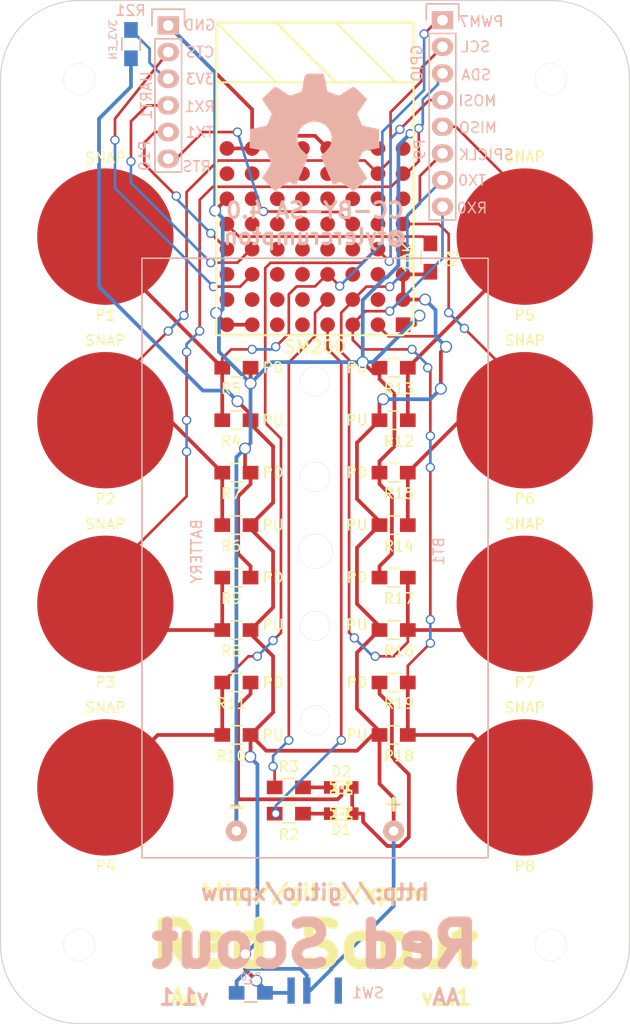
<source format=kicad_pcb>
(kicad_pcb (version 20171130) (host pcbnew "(5.1.12)-1")

  (general
    (thickness 1.6)
    (drawings 34)
    (tracks 416)
    (zones 0)
    (modules 41)
    (nets 43)
  )

  (page A4)
  (layers
    (0 F.Cu signal)
    (31 B.Cu signal)
    (32 B.Adhes user hide)
    (33 F.Adhes user hide)
    (34 B.Paste user hide)
    (35 F.Paste user hide)
    (36 B.SilkS user hide)
    (37 F.SilkS user hide)
    (38 B.Mask user hide)
    (39 F.Mask user hide)
    (40 Dwgs.User user hide)
    (41 Cmts.User user hide)
    (42 Eco1.User user hide)
    (43 Eco2.User user hide)
    (44 Edge.Cuts user)
    (45 Margin user hide)
    (46 B.CrtYd user hide)
    (47 F.CrtYd user hide)
    (48 B.Fab user hide)
    (49 F.Fab user hide)
  )

  (setup
    (last_trace_width 0.254)
    (trace_clearance 0.254)
    (zone_clearance 0.508)
    (zone_45_only no)
    (trace_min 0.254)
    (via_size 0.889)
    (via_drill 0.635)
    (via_min_size 0.3)
    (via_min_drill 0.508)
    (uvia_size 0.508)
    (uvia_drill 0.127)
    (uvias_allowed no)
    (uvia_min_size 0.508)
    (uvia_min_drill 0.127)
    (edge_width 0.1)
    (segment_width 0.2)
    (pcb_text_width 0.3)
    (pcb_text_size 1.5 1.5)
    (mod_edge_width 0.15)
    (mod_text_size 1 1)
    (mod_text_width 0.15)
    (pad_size 2.81 2.81)
    (pad_drill 2.8)
    (pad_to_mask_clearance 0)
    (aux_axis_origin 0 0)
    (visible_elements 7FFFFFFF)
    (pcbplotparams
      (layerselection 0x00030_80000001)
      (usegerberextensions false)
      (usegerberattributes true)
      (usegerberadvancedattributes true)
      (creategerberjobfile true)
      (excludeedgelayer true)
      (linewidth 0.100000)
      (plotframeref false)
      (viasonmask false)
      (mode 1)
      (useauxorigin false)
      (hpglpennumber 1)
      (hpglpenspeed 20)
      (hpglpendiameter 15.000000)
      (psnegative false)
      (psa4output false)
      (plotreference true)
      (plotvalue true)
      (plotinvisibletext false)
      (padsonsilk false)
      (subtractmaskfromsilk false)
      (outputformat 1)
      (mirror false)
      (drillshape 1)
      (scaleselection 1)
      (outputdirectory ""))
  )

  (net 0 "")
  (net 1 "Net-(D1-Pad1)")
  (net 2 GND)
  (net 3 "Net-(D2-Pad1)")
  (net 4 "Net-(R1-Pad1)")
  (net 5 VCC)
  (net 6 PWM5)
  (net 7 PWM6)
  (net 8 PWM7)
  (net 9 SCL)
  (net 10 SDA)
  (net 11 MOSI)
  (net 12 MISO)
  (net 13 SPICLK)
  (net 14 TX0)
  (net 15 RX0)
  (net 16 "Net-(U1-PadE1)")
  (net 17 "Net-(U1-PadF1)")
  (net 18 "Net-(U1-PadB2)")
  (net 19 "Net-(U1-PadE2)")
  (net 20 "Net-(U1-PadF2)")
  (net 21 "Net-(U1-PadG2)")
  (net 22 "Net-(U1-PadH2)")
  (net 23 "Net-(U1-PadB3)")
  (net 24 "Net-(U1-PadC3)")
  (net 25 "Net-(U1-PadE3)")
  (net 26 "Net-(U1-PadF3)")
  (net 27 "Net-(U1-PadH3)")
  (net 28 "Net-(U1-PadA4)")
  (net 29 "Net-(U1-PadC4)")
  (net 30 "Net-(U1-PadF4)")
  (net 31 "Net-(U1-PadB5)")
  (net 32 "Net-(U1-PadG5)")
  (net 33 "Net-(U1-PadA6)")
  (net 34 "Net-(U1-PadB6)")
  (net 35 "Net-(U1-PadE8)")
  (net 36 "Net-(BT1-Pad1)")
  (net 37 "Net-(SW1-Pad1)")
  (net 38 CTS1)
  (net 39 "Net-(P10-Pad3)")
  (net 40 RX1)
  (net 41 TX1)
  (net 42 RTS1)

  (net_class Default "This is the default net class."
    (clearance 0.254)
    (trace_width 0.254)
    (via_dia 0.889)
    (via_drill 0.635)
    (uvia_dia 0.508)
    (uvia_drill 0.127)
    (add_net CTS1)
    (add_net "Net-(P10-Pad3)")
    (add_net RTS1)
    (add_net RX1)
    (add_net TX1)
  )

  (net_class BGA ""
    (clearance 0.254)
    (trace_width 0.254)
    (via_dia 0.889)
    (via_drill 0.635)
    (uvia_dia 0.508)
    (uvia_drill 0.127)
    (add_net MISO)
    (add_net MOSI)
    (add_net "Net-(D1-Pad1)")
    (add_net "Net-(D2-Pad1)")
    (add_net "Net-(R1-Pad1)")
    (add_net "Net-(U1-PadA4)")
    (add_net "Net-(U1-PadA6)")
    (add_net "Net-(U1-PadB2)")
    (add_net "Net-(U1-PadB3)")
    (add_net "Net-(U1-PadB5)")
    (add_net "Net-(U1-PadB6)")
    (add_net "Net-(U1-PadC3)")
    (add_net "Net-(U1-PadC4)")
    (add_net "Net-(U1-PadE1)")
    (add_net "Net-(U1-PadE2)")
    (add_net "Net-(U1-PadE3)")
    (add_net "Net-(U1-PadE8)")
    (add_net "Net-(U1-PadF1)")
    (add_net "Net-(U1-PadF2)")
    (add_net "Net-(U1-PadF3)")
    (add_net "Net-(U1-PadF4)")
    (add_net "Net-(U1-PadG2)")
    (add_net "Net-(U1-PadG5)")
    (add_net "Net-(U1-PadH2)")
    (add_net "Net-(U1-PadH3)")
    (add_net PWM5)
    (add_net PWM6)
    (add_net PWM7)
    (add_net RX0)
    (add_net SCL)
    (add_net SDA)
    (add_net SPICLK)
    (add_net TX0)
  )

  (net_class Power ""
    (clearance 0.254)
    (trace_width 0.356)
    (via_dia 1.14)
    (via_drill 0.889)
    (uvia_dia 0.508)
    (uvia_drill 0.127)
    (add_net GND)
    (add_net "Net-(BT1-Pad1)")
    (add_net "Net-(SW1-Pad1)")
    (add_net VCC)
  )

  (module Mounting_Holes:MountingHole_3mm (layer F.Cu) (tedit 54F92978) (tstamp 54F92AA6)
    (at 147.5 45)
    (descr "Mounting hole, Befestigungsbohrung, 3mm, No Annular, Kein Restring,")
    (tags "Mounting hole, Befestigungsbohrung, 3mm, No Annular, Kein Restring,")
    (fp_text reference MountingHole_3mm_4 (at 0 -4.0005) (layer F.SilkS) hide
      (effects (font (size 1 1) (thickness 0.15)))
    )
    (fp_text value VAL** (at 1.00076 5.00126) (layer F.SilkS) hide
      (effects (font (size 1 1) (thickness 0.15)))
    )
    (fp_circle (center 0 0) (end 2.99974 0) (layer Cmts.User) (width 0.381))
    (pad 1 thru_hole circle (at 0 0) (size 2.99974 2.99974) (drill 2.99974) (layers *.Cu *.Mask))
  )

  (module Mounting_Holes:MountingHole_3mm (layer F.Cu) (tedit 54F92978) (tstamp 54F92AA1)
    (at 102.5 45)
    (descr "Mounting hole, Befestigungsbohrung, 3mm, No Annular, Kein Restring,")
    (tags "Mounting hole, Befestigungsbohrung, 3mm, No Annular, Kein Restring,")
    (fp_text reference MountingHole_3mm_3 (at 0 -4.0005) (layer F.SilkS) hide
      (effects (font (size 1 1) (thickness 0.15)))
    )
    (fp_text value VAL** (at 1.00076 5.00126) (layer F.SilkS) hide
      (effects (font (size 1 1) (thickness 0.15)))
    )
    (fp_circle (center 0 0) (end 2.99974 0) (layer Cmts.User) (width 0.381))
    (pad 1 thru_hole circle (at 0 0) (size 2.99974 2.99974) (drill 2.99974) (layers *.Cu *.Mask))
  )

  (module Mounting_Holes:MountingHole_3mm (layer F.Cu) (tedit 54F92978) (tstamp 54F92A9C)
    (at 102.5 127.5)
    (descr "Mounting hole, Befestigungsbohrung, 3mm, No Annular, Kein Restring,")
    (tags "Mounting hole, Befestigungsbohrung, 3mm, No Annular, Kein Restring,")
    (fp_text reference MountingHole_3mm_2 (at 0 -4.0005) (layer F.SilkS) hide
      (effects (font (size 1 1) (thickness 0.15)))
    )
    (fp_text value VAL** (at 1.00076 5.00126) (layer F.SilkS) hide
      (effects (font (size 1 1) (thickness 0.15)))
    )
    (fp_circle (center 0 0) (end 2.99974 0) (layer Cmts.User) (width 0.381))
    (pad 1 thru_hole circle (at 0 0) (size 2.99974 2.99974) (drill 2.99974) (layers *.Cu *.Mask))
  )

  (module LEDs:LED-0805 placed (layer F.Cu) (tedit 54F92BB1) (tstamp 54F7FFB4)
    (at 127.5 115)
    (descr "LED 0805 smd package")
    (tags "LED 0805 SMD")
    (path /54F80470)
    (attr smd)
    (fp_text reference D1 (at 0 1.5) (layer F.SilkS)
      (effects (font (size 1 1) (thickness 0.15)))
    )
    (fp_text value LED (at 3 0) (layer F.SilkS) hide
      (effects (font (size 1 1) (thickness 0.15)))
    )
    (fp_circle (center 0.84836 -0.44958) (end 0.89916 -0.50038) (layer F.SilkS) (width 0.15))
    (fp_line (start -0.49784 -0.57404) (end 0.92456 -0.57404) (layer F.SilkS) (width 0.15))
    (fp_line (start 0.52324 0.57404) (end -0.52324 0.57404) (layer F.SilkS) (width 0.15))
    (fp_line (start 0.92456 -0.62484) (end 0.99822 -0.62484) (layer F.SilkS) (width 0.15))
    (fp_line (start 0.99822 -0.62484) (end 0.99822 -0.39878) (layer F.SilkS) (width 0.15))
    (fp_line (start 0.92456 -0.39878) (end 0.99822 -0.39878) (layer F.SilkS) (width 0.15))
    (fp_line (start 0.92456 -0.62484) (end 0.92456 -0.39878) (layer F.SilkS) (width 0.15))
    (fp_line (start 0.49784 -0.59944) (end 0.79756 -0.59944) (layer F.SilkS) (width 0.15))
    (fp_line (start 0.79756 -0.59944) (end 0.79756 -0.29972) (layer F.SilkS) (width 0.15))
    (fp_line (start 0.49784 -0.29972) (end 0.79756 -0.29972) (layer F.SilkS) (width 0.15))
    (fp_line (start 0.49784 -0.59944) (end 0.49784 -0.29972) (layer F.SilkS) (width 0.15))
    (fp_line (start 0 -0.09906) (end 0.19812 -0.09906) (layer F.SilkS) (width 0.15))
    (fp_line (start 0.19812 -0.09906) (end 0.19812 0.09906) (layer F.SilkS) (width 0.15))
    (fp_line (start 0 0.09906) (end 0.19812 0.09906) (layer F.SilkS) (width 0.15))
    (fp_line (start 0 -0.09906) (end 0 0.09906) (layer F.SilkS) (width 0.15))
    (fp_line (start -0.6731 -0.19812) (end -0.49784 -0.19812) (layer F.SilkS) (width 0.15))
    (fp_line (start -0.49784 -0.19812) (end -0.49784 0.19812) (layer F.SilkS) (width 0.15))
    (fp_line (start -0.6731 0.19812) (end -0.49784 0.19812) (layer F.SilkS) (width 0.15))
    (fp_line (start -0.6731 -0.19812) (end -0.6731 0.19812) (layer F.SilkS) (width 0.15))
    (fp_line (start -0.7493 -0.32258) (end -0.49784 -0.32258) (layer F.SilkS) (width 0.15))
    (fp_line (start -0.49784 -0.32258) (end -0.49784 -0.17272) (layer F.SilkS) (width 0.15))
    (fp_line (start -0.7493 -0.17272) (end -0.49784 -0.17272) (layer F.SilkS) (width 0.15))
    (fp_line (start -0.7493 -0.32258) (end -0.7493 -0.17272) (layer F.SilkS) (width 0.15))
    (fp_line (start -0.7493 0.17272) (end -0.49784 0.17272) (layer F.SilkS) (width 0.15))
    (fp_line (start -0.49784 0.17272) (end -0.49784 0.32258) (layer F.SilkS) (width 0.15))
    (fp_line (start -0.7493 0.32258) (end -0.49784 0.32258) (layer F.SilkS) (width 0.15))
    (fp_line (start -0.7493 0.17272) (end -0.7493 0.32258) (layer F.SilkS) (width 0.15))
    (fp_line (start -0.99822 -0.62484) (end -0.49784 -0.62484) (layer F.SilkS) (width 0.15))
    (fp_line (start -0.49784 -0.62484) (end -0.49784 -0.29972) (layer F.SilkS) (width 0.15))
    (fp_line (start -0.99822 -0.29972) (end -0.49784 -0.29972) (layer F.SilkS) (width 0.15))
    (fp_line (start -0.99822 -0.62484) (end -0.99822 -0.29972) (layer F.SilkS) (width 0.15))
    (fp_line (start -0.99822 0.29972) (end -0.49784 0.29972) (layer F.SilkS) (width 0.15))
    (fp_line (start -0.49784 0.29972) (end -0.49784 0.62484) (layer F.SilkS) (width 0.15))
    (fp_line (start -0.99822 0.62484) (end -0.49784 0.62484) (layer F.SilkS) (width 0.15))
    (fp_line (start -0.99822 0.29972) (end -0.99822 0.62484) (layer F.SilkS) (width 0.15))
    (fp_line (start 0.49784 -0.19812) (end 0.6731 -0.19812) (layer F.SilkS) (width 0.15))
    (fp_line (start 0.6731 -0.19812) (end 0.6731 0.19812) (layer F.SilkS) (width 0.15))
    (fp_line (start 0.49784 0.19812) (end 0.6731 0.19812) (layer F.SilkS) (width 0.15))
    (fp_line (start 0.49784 -0.19812) (end 0.49784 0.19812) (layer F.SilkS) (width 0.15))
    (fp_line (start 0.49784 0.17272) (end 0.7493 0.17272) (layer F.SilkS) (width 0.15))
    (fp_line (start 0.7493 0.17272) (end 0.7493 0.32258) (layer F.SilkS) (width 0.15))
    (fp_line (start 0.49784 0.32258) (end 0.7493 0.32258) (layer F.SilkS) (width 0.15))
    (fp_line (start 0.49784 0.17272) (end 0.49784 0.32258) (layer F.SilkS) (width 0.15))
    (fp_line (start 0.49784 -0.32258) (end 0.7493 -0.32258) (layer F.SilkS) (width 0.15))
    (fp_line (start 0.7493 -0.32258) (end 0.7493 -0.17272) (layer F.SilkS) (width 0.15))
    (fp_line (start 0.49784 -0.17272) (end 0.7493 -0.17272) (layer F.SilkS) (width 0.15))
    (fp_line (start 0.49784 -0.32258) (end 0.49784 -0.17272) (layer F.SilkS) (width 0.15))
    (fp_line (start 0.49784 0.29972) (end 0.99822 0.29972) (layer F.SilkS) (width 0.15))
    (fp_line (start 0.99822 0.29972) (end 0.99822 0.62484) (layer F.SilkS) (width 0.15))
    (fp_line (start 0.49784 0.62484) (end 0.99822 0.62484) (layer F.SilkS) (width 0.15))
    (fp_line (start 0.49784 0.29972) (end 0.49784 0.62484) (layer F.SilkS) (width 0.15))
    (fp_arc (start 0.99822 0) (end 0.99822 0.34798) (angle 180) (layer F.SilkS) (width 0.15))
    (fp_arc (start -0.99822 0) (end -0.99822 -0.34798) (angle 180) (layer F.SilkS) (width 0.15))
    (pad 1 smd rect (at -1.04902 0) (size 1.19888 1.19888) (layers F.Cu F.Paste F.Mask)
      (net 1 "Net-(D1-Pad1)"))
    (pad 2 smd rect (at 1.04902 0) (size 1.19888 1.19888) (layers F.Cu F.Paste F.Mask)
      (net 2 GND))
  )

  (module LEDs:LED-0805 placed (layer F.Cu) (tedit 54F92BA3) (tstamp 54F7FFBA)
    (at 127.5 112.5)
    (descr "LED 0805 smd package")
    (tags "LED 0805 SMD")
    (path /54F804AB)
    (attr smd)
    (fp_text reference D2 (at 0 -1.5) (layer F.SilkS)
      (effects (font (size 1 1) (thickness 0.15)))
    )
    (fp_text value LED (at 3 0) (layer F.SilkS) hide
      (effects (font (size 1 1) (thickness 0.15)))
    )
    (fp_circle (center 0.84836 -0.44958) (end 0.89916 -0.50038) (layer F.SilkS) (width 0.15))
    (fp_line (start -0.49784 -0.57404) (end 0.92456 -0.57404) (layer F.SilkS) (width 0.15))
    (fp_line (start 0.52324 0.57404) (end -0.52324 0.57404) (layer F.SilkS) (width 0.15))
    (fp_line (start 0.92456 -0.62484) (end 0.99822 -0.62484) (layer F.SilkS) (width 0.15))
    (fp_line (start 0.99822 -0.62484) (end 0.99822 -0.39878) (layer F.SilkS) (width 0.15))
    (fp_line (start 0.92456 -0.39878) (end 0.99822 -0.39878) (layer F.SilkS) (width 0.15))
    (fp_line (start 0.92456 -0.62484) (end 0.92456 -0.39878) (layer F.SilkS) (width 0.15))
    (fp_line (start 0.49784 -0.59944) (end 0.79756 -0.59944) (layer F.SilkS) (width 0.15))
    (fp_line (start 0.79756 -0.59944) (end 0.79756 -0.29972) (layer F.SilkS) (width 0.15))
    (fp_line (start 0.49784 -0.29972) (end 0.79756 -0.29972) (layer F.SilkS) (width 0.15))
    (fp_line (start 0.49784 -0.59944) (end 0.49784 -0.29972) (layer F.SilkS) (width 0.15))
    (fp_line (start 0 -0.09906) (end 0.19812 -0.09906) (layer F.SilkS) (width 0.15))
    (fp_line (start 0.19812 -0.09906) (end 0.19812 0.09906) (layer F.SilkS) (width 0.15))
    (fp_line (start 0 0.09906) (end 0.19812 0.09906) (layer F.SilkS) (width 0.15))
    (fp_line (start 0 -0.09906) (end 0 0.09906) (layer F.SilkS) (width 0.15))
    (fp_line (start -0.6731 -0.19812) (end -0.49784 -0.19812) (layer F.SilkS) (width 0.15))
    (fp_line (start -0.49784 -0.19812) (end -0.49784 0.19812) (layer F.SilkS) (width 0.15))
    (fp_line (start -0.6731 0.19812) (end -0.49784 0.19812) (layer F.SilkS) (width 0.15))
    (fp_line (start -0.6731 -0.19812) (end -0.6731 0.19812) (layer F.SilkS) (width 0.15))
    (fp_line (start -0.7493 -0.32258) (end -0.49784 -0.32258) (layer F.SilkS) (width 0.15))
    (fp_line (start -0.49784 -0.32258) (end -0.49784 -0.17272) (layer F.SilkS) (width 0.15))
    (fp_line (start -0.7493 -0.17272) (end -0.49784 -0.17272) (layer F.SilkS) (width 0.15))
    (fp_line (start -0.7493 -0.32258) (end -0.7493 -0.17272) (layer F.SilkS) (width 0.15))
    (fp_line (start -0.7493 0.17272) (end -0.49784 0.17272) (layer F.SilkS) (width 0.15))
    (fp_line (start -0.49784 0.17272) (end -0.49784 0.32258) (layer F.SilkS) (width 0.15))
    (fp_line (start -0.7493 0.32258) (end -0.49784 0.32258) (layer F.SilkS) (width 0.15))
    (fp_line (start -0.7493 0.17272) (end -0.7493 0.32258) (layer F.SilkS) (width 0.15))
    (fp_line (start -0.99822 -0.62484) (end -0.49784 -0.62484) (layer F.SilkS) (width 0.15))
    (fp_line (start -0.49784 -0.62484) (end -0.49784 -0.29972) (layer F.SilkS) (width 0.15))
    (fp_line (start -0.99822 -0.29972) (end -0.49784 -0.29972) (layer F.SilkS) (width 0.15))
    (fp_line (start -0.99822 -0.62484) (end -0.99822 -0.29972) (layer F.SilkS) (width 0.15))
    (fp_line (start -0.99822 0.29972) (end -0.49784 0.29972) (layer F.SilkS) (width 0.15))
    (fp_line (start -0.49784 0.29972) (end -0.49784 0.62484) (layer F.SilkS) (width 0.15))
    (fp_line (start -0.99822 0.62484) (end -0.49784 0.62484) (layer F.SilkS) (width 0.15))
    (fp_line (start -0.99822 0.29972) (end -0.99822 0.62484) (layer F.SilkS) (width 0.15))
    (fp_line (start 0.49784 -0.19812) (end 0.6731 -0.19812) (layer F.SilkS) (width 0.15))
    (fp_line (start 0.6731 -0.19812) (end 0.6731 0.19812) (layer F.SilkS) (width 0.15))
    (fp_line (start 0.49784 0.19812) (end 0.6731 0.19812) (layer F.SilkS) (width 0.15))
    (fp_line (start 0.49784 -0.19812) (end 0.49784 0.19812) (layer F.SilkS) (width 0.15))
    (fp_line (start 0.49784 0.17272) (end 0.7493 0.17272) (layer F.SilkS) (width 0.15))
    (fp_line (start 0.7493 0.17272) (end 0.7493 0.32258) (layer F.SilkS) (width 0.15))
    (fp_line (start 0.49784 0.32258) (end 0.7493 0.32258) (layer F.SilkS) (width 0.15))
    (fp_line (start 0.49784 0.17272) (end 0.49784 0.32258) (layer F.SilkS) (width 0.15))
    (fp_line (start 0.49784 -0.32258) (end 0.7493 -0.32258) (layer F.SilkS) (width 0.15))
    (fp_line (start 0.7493 -0.32258) (end 0.7493 -0.17272) (layer F.SilkS) (width 0.15))
    (fp_line (start 0.49784 -0.17272) (end 0.7493 -0.17272) (layer F.SilkS) (width 0.15))
    (fp_line (start 0.49784 -0.32258) (end 0.49784 -0.17272) (layer F.SilkS) (width 0.15))
    (fp_line (start 0.49784 0.29972) (end 0.99822 0.29972) (layer F.SilkS) (width 0.15))
    (fp_line (start 0.99822 0.29972) (end 0.99822 0.62484) (layer F.SilkS) (width 0.15))
    (fp_line (start 0.49784 0.62484) (end 0.99822 0.62484) (layer F.SilkS) (width 0.15))
    (fp_line (start 0.49784 0.29972) (end 0.49784 0.62484) (layer F.SilkS) (width 0.15))
    (fp_arc (start 0.99822 0) (end 0.99822 0.34798) (angle 180) (layer F.SilkS) (width 0.15))
    (fp_arc (start -0.99822 0) (end -0.99822 -0.34798) (angle 180) (layer F.SilkS) (width 0.15))
    (pad 1 smd rect (at -1.04902 0) (size 1.19888 1.19888) (layers F.Cu F.Paste F.Mask)
      (net 3 "Net-(D2-Pad1)"))
    (pad 2 smd rect (at 1.04902 0) (size 1.19888 1.19888) (layers F.Cu F.Paste F.Mask)
      (net 2 GND))
  )

  (module Resistors_SMD:R_0805_HandSoldering placed (layer F.Cu) (tedit 54189DEE) (tstamp 54F91CC5)
    (at 136 62 270)
    (descr "Resistor SMD 0805, hand soldering")
    (tags "resistor 0805")
    (path /54F832D4)
    (attr smd)
    (fp_text reference R1 (at 0 -2.1 270) (layer F.SilkS)
      (effects (font (size 1 1) (thickness 0.15)))
    )
    (fp_text value 10K (at 0 2.1 270) (layer F.SilkS)
      (effects (font (size 1 1) (thickness 0.15)))
    )
    (fp_line (start -0.6 -0.875) (end 0.6 -0.875) (layer F.SilkS) (width 0.15))
    (fp_line (start 0.6 0.875) (end -0.6 0.875) (layer F.SilkS) (width 0.15))
    (fp_line (start 2.4 -1) (end 2.4 1) (layer F.CrtYd) (width 0.05))
    (fp_line (start -2.4 -1) (end -2.4 1) (layer F.CrtYd) (width 0.05))
    (fp_line (start -2.4 1) (end 2.4 1) (layer F.CrtYd) (width 0.05))
    (fp_line (start -2.4 -1) (end 2.4 -1) (layer F.CrtYd) (width 0.05))
    (pad 1 smd rect (at -1.35 0 270) (size 1.5 1.3) (layers F.Cu F.Paste F.Mask)
      (net 4 "Net-(R1-Pad1)"))
    (pad 2 smd rect (at 1.35 0 270) (size 1.5 1.3) (layers F.Cu F.Paste F.Mask)
      (net 5 VCC))
    (model Resistors_SMD/R_0805_HandSoldering.wrl
      (at (xyz 0 0 0))
      (scale (xyz 1 1 1))
      (rotate (xyz 0 0 0))
    )
  )

  (module Resistors_SMD:R_0805_HandSoldering placed (layer F.Cu) (tedit 54F92545) (tstamp 54F7FFC6)
    (at 122.5 115)
    (descr "Resistor SMD 0805, hand soldering")
    (tags "resistor 0805")
    (path /54F80350)
    (attr smd)
    (fp_text reference R2 (at 0 2) (layer F.SilkS)
      (effects (font (size 1 1) (thickness 0.15)))
    )
    (fp_text value 1K (at -3 0) (layer F.SilkS) hide
      (effects (font (size 1 1) (thickness 0.15)))
    )
    (fp_line (start -0.6 -0.875) (end 0.6 -0.875) (layer F.SilkS) (width 0.15))
    (fp_line (start 0.6 0.875) (end -0.6 0.875) (layer F.SilkS) (width 0.15))
    (fp_line (start 2.4 -1) (end 2.4 1) (layer F.CrtYd) (width 0.05))
    (fp_line (start -2.4 -1) (end -2.4 1) (layer F.CrtYd) (width 0.05))
    (fp_line (start -2.4 1) (end 2.4 1) (layer F.CrtYd) (width 0.05))
    (fp_line (start -2.4 -1) (end 2.4 -1) (layer F.CrtYd) (width 0.05))
    (pad 1 smd rect (at -1.35 0) (size 1.5 1.3) (layers F.Cu F.Paste F.Mask)
      (net 6 PWM5))
    (pad 2 smd rect (at 1.35 0) (size 1.5 1.3) (layers F.Cu F.Paste F.Mask)
      (net 1 "Net-(D1-Pad1)"))
    (model Resistors_SMD/R_0805_HandSoldering.wrl
      (at (xyz 0 0 0))
      (scale (xyz 1 1 1))
      (rotate (xyz 0 0 0))
    )
  )

  (module Resistors_SMD:R_0805_HandSoldering placed (layer F.Cu) (tedit 54F92BB3) (tstamp 54F7FFCC)
    (at 122.5 112.5)
    (descr "Resistor SMD 0805, hand soldering")
    (tags "resistor 0805")
    (path /54F803F7)
    (attr smd)
    (fp_text reference R3 (at 0 -2) (layer F.SilkS)
      (effects (font (size 1 1) (thickness 0.15)))
    )
    (fp_text value 1K (at -3 0) (layer F.SilkS) hide
      (effects (font (size 1 1) (thickness 0.15)))
    )
    (fp_line (start -0.6 -0.875) (end 0.6 -0.875) (layer F.SilkS) (width 0.15))
    (fp_line (start 0.6 0.875) (end -0.6 0.875) (layer F.SilkS) (width 0.15))
    (fp_line (start 2.4 -1) (end 2.4 1) (layer F.CrtYd) (width 0.05))
    (fp_line (start -2.4 -1) (end -2.4 1) (layer F.CrtYd) (width 0.05))
    (fp_line (start -2.4 1) (end 2.4 1) (layer F.CrtYd) (width 0.05))
    (fp_line (start -2.4 -1) (end 2.4 -1) (layer F.CrtYd) (width 0.05))
    (pad 1 smd rect (at -1.35 0) (size 1.5 1.3) (layers F.Cu F.Paste F.Mask)
      (net 7 PWM6))
    (pad 2 smd rect (at 1.35 0) (size 1.5 1.3) (layers F.Cu F.Paste F.Mask)
      (net 3 "Net-(D2-Pad1)"))
    (model Resistors_SMD/R_0805_HandSoldering.wrl
      (at (xyz 0 0 0))
      (scale (xyz 1 1 1))
      (rotate (xyz 0 0 0))
    )
  )

  (module Resistors_SMD:R_0805_HandSoldering placed (layer F.Cu) (tedit 54F92655) (tstamp 54F7FFD2)
    (at 117.5 77.5)
    (descr "Resistor SMD 0805, hand soldering")
    (tags "resistor 0805")
    (path /54F813B5)
    (attr smd)
    (fp_text reference R4 (at -0.5 2) (layer F.SilkS)
      (effects (font (size 1 1) (thickness 0.15)))
    )
    (fp_text value PU (at 3.5 0) (layer F.SilkS)
      (effects (font (size 1 1) (thickness 0.15)))
    )
    (fp_line (start -0.6 -0.875) (end 0.6 -0.875) (layer F.SilkS) (width 0.15))
    (fp_line (start 0.6 0.875) (end -0.6 0.875) (layer F.SilkS) (width 0.15))
    (fp_line (start 2.4 -1) (end 2.4 1) (layer F.CrtYd) (width 0.05))
    (fp_line (start -2.4 -1) (end -2.4 1) (layer F.CrtYd) (width 0.05))
    (fp_line (start -2.4 1) (end 2.4 1) (layer F.CrtYd) (width 0.05))
    (fp_line (start -2.4 -1) (end 2.4 -1) (layer F.CrtYd) (width 0.05))
    (pad 1 smd rect (at -1.35 0) (size 1.5 1.3) (layers F.Cu F.Paste F.Mask)
      (net 8 PWM7))
    (pad 2 smd rect (at 1.35 0) (size 1.5 1.3) (layers F.Cu F.Paste F.Mask)
      (net 5 VCC))
    (model Resistors_SMD/R_0805_HandSoldering.wrl
      (at (xyz 0 0 0))
      (scale (xyz 1 1 1))
      (rotate (xyz 0 0 0))
    )
  )

  (module Resistors_SMD:R_0805_HandSoldering placed (layer F.Cu) (tedit 54F92652) (tstamp 54F7FFD8)
    (at 117.5 72.5)
    (descr "Resistor SMD 0805, hand soldering")
    (tags "resistor 0805")
    (path /54F8139F)
    (attr smd)
    (fp_text reference R5 (at -0.5 2) (layer F.SilkS)
      (effects (font (size 1 1) (thickness 0.15)))
    )
    (fp_text value PD (at 3.5 0) (layer F.SilkS)
      (effects (font (size 1 1) (thickness 0.15)))
    )
    (fp_line (start -0.6 -0.875) (end 0.6 -0.875) (layer F.SilkS) (width 0.15))
    (fp_line (start 0.6 0.875) (end -0.6 0.875) (layer F.SilkS) (width 0.15))
    (fp_line (start 2.4 -1) (end 2.4 1) (layer F.CrtYd) (width 0.05))
    (fp_line (start -2.4 -1) (end -2.4 1) (layer F.CrtYd) (width 0.05))
    (fp_line (start -2.4 1) (end 2.4 1) (layer F.CrtYd) (width 0.05))
    (fp_line (start -2.4 -1) (end 2.4 -1) (layer F.CrtYd) (width 0.05))
    (pad 1 smd rect (at -1.35 0) (size 1.5 1.3) (layers F.Cu F.Paste F.Mask)
      (net 8 PWM7))
    (pad 2 smd rect (at 1.35 0) (size 1.5 1.3) (layers F.Cu F.Paste F.Mask)
      (net 2 GND))
    (model Resistors_SMD/R_0805_HandSoldering.wrl
      (at (xyz 0 0 0))
      (scale (xyz 1 1 1))
      (rotate (xyz 0 0 0))
    )
  )

  (module Resistors_SMD:R_0805_HandSoldering placed (layer F.Cu) (tedit 54F92658) (tstamp 54F7FFDE)
    (at 117.5 87.5)
    (descr "Resistor SMD 0805, hand soldering")
    (tags "resistor 0805")
    (path /54F81019)
    (attr smd)
    (fp_text reference R6 (at -0.5 2) (layer F.SilkS)
      (effects (font (size 1 1) (thickness 0.15)))
    )
    (fp_text value PU (at 3.5 0) (layer F.SilkS)
      (effects (font (size 1 1) (thickness 0.15)))
    )
    (fp_line (start -0.6 -0.875) (end 0.6 -0.875) (layer F.SilkS) (width 0.15))
    (fp_line (start 0.6 0.875) (end -0.6 0.875) (layer F.SilkS) (width 0.15))
    (fp_line (start 2.4 -1) (end 2.4 1) (layer F.CrtYd) (width 0.05))
    (fp_line (start -2.4 -1) (end -2.4 1) (layer F.CrtYd) (width 0.05))
    (fp_line (start -2.4 1) (end 2.4 1) (layer F.CrtYd) (width 0.05))
    (fp_line (start -2.4 -1) (end 2.4 -1) (layer F.CrtYd) (width 0.05))
    (pad 1 smd rect (at -1.35 0) (size 1.5 1.3) (layers F.Cu F.Paste F.Mask)
      (net 9 SCL))
    (pad 2 smd rect (at 1.35 0) (size 1.5 1.3) (layers F.Cu F.Paste F.Mask)
      (net 5 VCC))
    (model Resistors_SMD/R_0805_HandSoldering.wrl
      (at (xyz 0 0 0))
      (scale (xyz 1 1 1))
      (rotate (xyz 0 0 0))
    )
  )

  (module Resistors_SMD:R_0805_HandSoldering placed (layer F.Cu) (tedit 54F9264A) (tstamp 54F7FFE4)
    (at 117.5 82.5)
    (descr "Resistor SMD 0805, hand soldering")
    (tags "resistor 0805")
    (path /54F7F6ED)
    (attr smd)
    (fp_text reference R7 (at -0.5 2) (layer F.SilkS)
      (effects (font (size 1 1) (thickness 0.15)))
    )
    (fp_text value PD (at 3.5 0) (layer F.SilkS)
      (effects (font (size 1 1) (thickness 0.15)))
    )
    (fp_line (start -0.6 -0.875) (end 0.6 -0.875) (layer F.SilkS) (width 0.15))
    (fp_line (start 0.6 0.875) (end -0.6 0.875) (layer F.SilkS) (width 0.15))
    (fp_line (start 2.4 -1) (end 2.4 1) (layer F.CrtYd) (width 0.05))
    (fp_line (start -2.4 -1) (end -2.4 1) (layer F.CrtYd) (width 0.05))
    (fp_line (start -2.4 1) (end 2.4 1) (layer F.CrtYd) (width 0.05))
    (fp_line (start -2.4 -1) (end 2.4 -1) (layer F.CrtYd) (width 0.05))
    (pad 1 smd rect (at -1.35 0) (size 1.5 1.3) (layers F.Cu F.Paste F.Mask)
      (net 9 SCL))
    (pad 2 smd rect (at 1.35 0) (size 1.5 1.3) (layers F.Cu F.Paste F.Mask)
      (net 2 GND))
    (model Resistors_SMD/R_0805_HandSoldering.wrl
      (at (xyz 0 0 0))
      (scale (xyz 1 1 1))
      (rotate (xyz 0 0 0))
    )
  )

  (module Resistors_SMD:R_0805_HandSoldering placed (layer F.Cu) (tedit 54F9265B) (tstamp 54F7FFEA)
    (at 117.5 97.5)
    (descr "Resistor SMD 0805, hand soldering")
    (tags "resistor 0805")
    (path /54F81491)
    (attr smd)
    (fp_text reference R8 (at -0.5 2) (layer F.SilkS)
      (effects (font (size 1 1) (thickness 0.15)))
    )
    (fp_text value PU (at 3.5 -0.5) (layer F.SilkS)
      (effects (font (size 1 1) (thickness 0.15)))
    )
    (fp_line (start -0.6 -0.875) (end 0.6 -0.875) (layer F.SilkS) (width 0.15))
    (fp_line (start 0.6 0.875) (end -0.6 0.875) (layer F.SilkS) (width 0.15))
    (fp_line (start 2.4 -1) (end 2.4 1) (layer F.CrtYd) (width 0.05))
    (fp_line (start -2.4 -1) (end -2.4 1) (layer F.CrtYd) (width 0.05))
    (fp_line (start -2.4 1) (end 2.4 1) (layer F.CrtYd) (width 0.05))
    (fp_line (start -2.4 -1) (end 2.4 -1) (layer F.CrtYd) (width 0.05))
    (pad 1 smd rect (at -1.35 0) (size 1.5 1.3) (layers F.Cu F.Paste F.Mask)
      (net 10 SDA))
    (pad 2 smd rect (at 1.35 0) (size 1.5 1.3) (layers F.Cu F.Paste F.Mask)
      (net 5 VCC))
    (model Resistors_SMD/R_0805_HandSoldering.wrl
      (at (xyz 0 0 0))
      (scale (xyz 1 1 1))
      (rotate (xyz 0 0 0))
    )
  )

  (module Resistors_SMD:R_0805_HandSoldering placed (layer F.Cu) (tedit 54F92644) (tstamp 54F7FFF0)
    (at 117.5 92.5)
    (descr "Resistor SMD 0805, hand soldering")
    (tags "resistor 0805")
    (path /54F8147B)
    (attr smd)
    (fp_text reference R9 (at -0.5 2) (layer F.SilkS)
      (effects (font (size 1 1) (thickness 0.15)))
    )
    (fp_text value PD (at 3.5 0) (layer F.SilkS)
      (effects (font (size 1 1) (thickness 0.15)))
    )
    (fp_line (start -0.6 -0.875) (end 0.6 -0.875) (layer F.SilkS) (width 0.15))
    (fp_line (start 0.6 0.875) (end -0.6 0.875) (layer F.SilkS) (width 0.15))
    (fp_line (start 2.4 -1) (end 2.4 1) (layer F.CrtYd) (width 0.05))
    (fp_line (start -2.4 -1) (end -2.4 1) (layer F.CrtYd) (width 0.05))
    (fp_line (start -2.4 1) (end 2.4 1) (layer F.CrtYd) (width 0.05))
    (fp_line (start -2.4 -1) (end 2.4 -1) (layer F.CrtYd) (width 0.05))
    (pad 1 smd rect (at -1.35 0) (size 1.5 1.3) (layers F.Cu F.Paste F.Mask)
      (net 10 SDA))
    (pad 2 smd rect (at 1.35 0) (size 1.5 1.3) (layers F.Cu F.Paste F.Mask)
      (net 2 GND))
    (model Resistors_SMD/R_0805_HandSoldering.wrl
      (at (xyz 0 0 0))
      (scale (xyz 1 1 1))
      (rotate (xyz 0 0 0))
    )
  )

  (module Resistors_SMD:R_0805_HandSoldering placed (layer F.Cu) (tedit 54F9265F) (tstamp 54F7FFF6)
    (at 117.5 107.5)
    (descr "Resistor SMD 0805, hand soldering")
    (tags "resistor 0805")
    (path /54F8146B)
    (attr smd)
    (fp_text reference R10 (at -0.5 2) (layer F.SilkS)
      (effects (font (size 1 1) (thickness 0.15)))
    )
    (fp_text value PU (at 3.5 0) (layer F.SilkS)
      (effects (font (size 1 1) (thickness 0.15)))
    )
    (fp_line (start -0.6 -0.875) (end 0.6 -0.875) (layer F.SilkS) (width 0.15))
    (fp_line (start 0.6 0.875) (end -0.6 0.875) (layer F.SilkS) (width 0.15))
    (fp_line (start 2.4 -1) (end 2.4 1) (layer F.CrtYd) (width 0.05))
    (fp_line (start -2.4 -1) (end -2.4 1) (layer F.CrtYd) (width 0.05))
    (fp_line (start -2.4 1) (end 2.4 1) (layer F.CrtYd) (width 0.05))
    (fp_line (start -2.4 -1) (end 2.4 -1) (layer F.CrtYd) (width 0.05))
    (pad 1 smd rect (at -1.35 0) (size 1.5 1.3) (layers F.Cu F.Paste F.Mask)
      (net 11 MOSI))
    (pad 2 smd rect (at 1.35 0) (size 1.5 1.3) (layers F.Cu F.Paste F.Mask)
      (net 5 VCC))
    (model Resistors_SMD/R_0805_HandSoldering.wrl
      (at (xyz 0 0 0))
      (scale (xyz 1 1 1))
      (rotate (xyz 0 0 0))
    )
  )

  (module Resistors_SMD:R_0805_HandSoldering placed (layer F.Cu) (tedit 54F92637) (tstamp 54F7FFFC)
    (at 117.5 102.5)
    (descr "Resistor SMD 0805, hand soldering")
    (tags "resistor 0805")
    (path /54F81455)
    (attr smd)
    (fp_text reference R11 (at -0.5 2) (layer F.SilkS)
      (effects (font (size 1 1) (thickness 0.15)))
    )
    (fp_text value PD (at 3.5 0) (layer F.SilkS)
      (effects (font (size 1 1) (thickness 0.15)))
    )
    (fp_line (start -0.6 -0.875) (end 0.6 -0.875) (layer F.SilkS) (width 0.15))
    (fp_line (start 0.6 0.875) (end -0.6 0.875) (layer F.SilkS) (width 0.15))
    (fp_line (start 2.4 -1) (end 2.4 1) (layer F.CrtYd) (width 0.05))
    (fp_line (start -2.4 -1) (end -2.4 1) (layer F.CrtYd) (width 0.05))
    (fp_line (start -2.4 1) (end 2.4 1) (layer F.CrtYd) (width 0.05))
    (fp_line (start -2.4 -1) (end 2.4 -1) (layer F.CrtYd) (width 0.05))
    (pad 1 smd rect (at -1.35 0) (size 1.5 1.3) (layers F.Cu F.Paste F.Mask)
      (net 11 MOSI))
    (pad 2 smd rect (at 1.35 0) (size 1.5 1.3) (layers F.Cu F.Paste F.Mask)
      (net 2 GND))
    (model Resistors_SMD/R_0805_HandSoldering.wrl
      (at (xyz 0 0 0))
      (scale (xyz 1 1 1))
      (rotate (xyz 0 0 0))
    )
  )

  (module Resistors_SMD:R_0805_HandSoldering placed (layer F.Cu) (tedit 54F9267A) (tstamp 54F80002)
    (at 132.5 77.5 180)
    (descr "Resistor SMD 0805, hand soldering")
    (tags "resistor 0805")
    (path /54F81753)
    (attr smd)
    (fp_text reference R12 (at -0.5 -2 180) (layer F.SilkS)
      (effects (font (size 1 1) (thickness 0.15)))
    )
    (fp_text value PU (at 3.5 0 180) (layer F.SilkS)
      (effects (font (size 1 1) (thickness 0.15)))
    )
    (fp_line (start -0.6 -0.875) (end 0.6 -0.875) (layer F.SilkS) (width 0.15))
    (fp_line (start 0.6 0.875) (end -0.6 0.875) (layer F.SilkS) (width 0.15))
    (fp_line (start 2.4 -1) (end 2.4 1) (layer F.CrtYd) (width 0.05))
    (fp_line (start -2.4 -1) (end -2.4 1) (layer F.CrtYd) (width 0.05))
    (fp_line (start -2.4 1) (end 2.4 1) (layer F.CrtYd) (width 0.05))
    (fp_line (start -2.4 -1) (end 2.4 -1) (layer F.CrtYd) (width 0.05))
    (pad 1 smd rect (at -1.35 0 180) (size 1.5 1.3) (layers F.Cu F.Paste F.Mask)
      (net 12 MISO))
    (pad 2 smd rect (at 1.35 0 180) (size 1.5 1.3) (layers F.Cu F.Paste F.Mask)
      (net 5 VCC))
    (model Resistors_SMD/R_0805_HandSoldering.wrl
      (at (xyz 0 0 0))
      (scale (xyz 1 1 1))
      (rotate (xyz 0 0 0))
    )
  )

  (module Resistors_SMD:R_0805_HandSoldering placed (layer F.Cu) (tedit 54F92B8D) (tstamp 54F80008)
    (at 132.5 72.5 180)
    (descr "Resistor SMD 0805, hand soldering")
    (tags "resistor 0805")
    (path /54F8173D)
    (attr smd)
    (fp_text reference R13 (at -0.5 -2 180) (layer F.SilkS)
      (effects (font (size 1 1) (thickness 0.15)))
    )
    (fp_text value PD (at 3.5 0 180) (layer F.SilkS)
      (effects (font (size 1 1) (thickness 0.15)))
    )
    (fp_line (start -0.6 -0.875) (end 0.6 -0.875) (layer F.SilkS) (width 0.15))
    (fp_line (start 0.6 0.875) (end -0.6 0.875) (layer F.SilkS) (width 0.15))
    (fp_line (start 2.4 -1) (end 2.4 1) (layer F.CrtYd) (width 0.05))
    (fp_line (start -2.4 -1) (end -2.4 1) (layer F.CrtYd) (width 0.05))
    (fp_line (start -2.4 1) (end 2.4 1) (layer F.CrtYd) (width 0.05))
    (fp_line (start -2.4 -1) (end 2.4 -1) (layer F.CrtYd) (width 0.05))
    (pad 1 smd rect (at -1.35 0 180) (size 1.5 1.3) (layers F.Cu F.Paste F.Mask)
      (net 12 MISO))
    (pad 2 smd rect (at 1.35 0 180) (size 1.5 1.3) (layers F.Cu F.Paste F.Mask)
      (net 2 GND))
    (model Resistors_SMD/R_0805_HandSoldering.wrl
      (at (xyz 0 0 0))
      (scale (xyz 1 1 1))
      (rotate (xyz 0 0 0))
    )
  )

  (module Resistors_SMD:R_0805_HandSoldering placed (layer F.Cu) (tedit 54F92674) (tstamp 54F8000E)
    (at 132.5 87.5 180)
    (descr "Resistor SMD 0805, hand soldering")
    (tags "resistor 0805")
    (path /54F8172D)
    (attr smd)
    (fp_text reference R14 (at -0.5 -2 180) (layer F.SilkS)
      (effects (font (size 1 1) (thickness 0.15)))
    )
    (fp_text value PU (at 3.5 0 180) (layer F.SilkS)
      (effects (font (size 1 1) (thickness 0.15)))
    )
    (fp_line (start -0.6 -0.875) (end 0.6 -0.875) (layer F.SilkS) (width 0.15))
    (fp_line (start 0.6 0.875) (end -0.6 0.875) (layer F.SilkS) (width 0.15))
    (fp_line (start 2.4 -1) (end 2.4 1) (layer F.CrtYd) (width 0.05))
    (fp_line (start -2.4 -1) (end -2.4 1) (layer F.CrtYd) (width 0.05))
    (fp_line (start -2.4 1) (end 2.4 1) (layer F.CrtYd) (width 0.05))
    (fp_line (start -2.4 -1) (end 2.4 -1) (layer F.CrtYd) (width 0.05))
    (pad 1 smd rect (at -1.35 0 180) (size 1.5 1.3) (layers F.Cu F.Paste F.Mask)
      (net 13 SPICLK))
    (pad 2 smd rect (at 1.35 0 180) (size 1.5 1.3) (layers F.Cu F.Paste F.Mask)
      (net 5 VCC))
    (model Resistors_SMD/R_0805_HandSoldering.wrl
      (at (xyz 0 0 0))
      (scale (xyz 1 1 1))
      (rotate (xyz 0 0 0))
    )
  )

  (module Resistors_SMD:R_0805_HandSoldering placed (layer F.Cu) (tedit 54F92676) (tstamp 54F80014)
    (at 132.5 82.5 180)
    (descr "Resistor SMD 0805, hand soldering")
    (tags "resistor 0805")
    (path /54F81717)
    (attr smd)
    (fp_text reference R15 (at -0.5 -2 180) (layer F.SilkS)
      (effects (font (size 1 1) (thickness 0.15)))
    )
    (fp_text value PD (at 3.5 0 180) (layer F.SilkS)
      (effects (font (size 1 1) (thickness 0.15)))
    )
    (fp_line (start -0.6 -0.875) (end 0.6 -0.875) (layer F.SilkS) (width 0.15))
    (fp_line (start 0.6 0.875) (end -0.6 0.875) (layer F.SilkS) (width 0.15))
    (fp_line (start 2.4 -1) (end 2.4 1) (layer F.CrtYd) (width 0.05))
    (fp_line (start -2.4 -1) (end -2.4 1) (layer F.CrtYd) (width 0.05))
    (fp_line (start -2.4 1) (end 2.4 1) (layer F.CrtYd) (width 0.05))
    (fp_line (start -2.4 -1) (end 2.4 -1) (layer F.CrtYd) (width 0.05))
    (pad 1 smd rect (at -1.35 0 180) (size 1.5 1.3) (layers F.Cu F.Paste F.Mask)
      (net 13 SPICLK))
    (pad 2 smd rect (at 1.35 0 180) (size 1.5 1.3) (layers F.Cu F.Paste F.Mask)
      (net 2 GND))
    (model Resistors_SMD/R_0805_HandSoldering.wrl
      (at (xyz 0 0 0))
      (scale (xyz 1 1 1))
      (rotate (xyz 0 0 0))
    )
  )

  (module Resistors_SMD:R_0805_HandSoldering placed (layer F.Cu) (tedit 54F9266F) (tstamp 54F8001A)
    (at 132.5 97.5 180)
    (descr "Resistor SMD 0805, hand soldering")
    (tags "resistor 0805")
    (path /54F8179F)
    (attr smd)
    (fp_text reference R16 (at -0.5 -2 180) (layer F.SilkS)
      (effects (font (size 1 1) (thickness 0.15)))
    )
    (fp_text value PU (at 3.5 0.5 180) (layer F.SilkS)
      (effects (font (size 1 1) (thickness 0.15)))
    )
    (fp_line (start -0.6 -0.875) (end 0.6 -0.875) (layer F.SilkS) (width 0.15))
    (fp_line (start 0.6 0.875) (end -0.6 0.875) (layer F.SilkS) (width 0.15))
    (fp_line (start 2.4 -1) (end 2.4 1) (layer F.CrtYd) (width 0.05))
    (fp_line (start -2.4 -1) (end -2.4 1) (layer F.CrtYd) (width 0.05))
    (fp_line (start -2.4 1) (end 2.4 1) (layer F.CrtYd) (width 0.05))
    (fp_line (start -2.4 -1) (end 2.4 -1) (layer F.CrtYd) (width 0.05))
    (pad 1 smd rect (at -1.35 0 180) (size 1.5 1.3) (layers F.Cu F.Paste F.Mask)
      (net 14 TX0))
    (pad 2 smd rect (at 1.35 0 180) (size 1.5 1.3) (layers F.Cu F.Paste F.Mask)
      (net 5 VCC))
    (model Resistors_SMD/R_0805_HandSoldering.wrl
      (at (xyz 0 0 0))
      (scale (xyz 1 1 1))
      (rotate (xyz 0 0 0))
    )
  )

  (module Resistors_SMD:R_0805_HandSoldering placed (layer F.Cu) (tedit 54F92671) (tstamp 54F80020)
    (at 132.5 92.5 180)
    (descr "Resistor SMD 0805, hand soldering")
    (tags "resistor 0805")
    (path /54F81789)
    (attr smd)
    (fp_text reference R17 (at -0.5 -2 180) (layer F.SilkS)
      (effects (font (size 1 1) (thickness 0.15)))
    )
    (fp_text value PD (at 3.5 0 180) (layer F.SilkS)
      (effects (font (size 1 1) (thickness 0.15)))
    )
    (fp_line (start -0.6 -0.875) (end 0.6 -0.875) (layer F.SilkS) (width 0.15))
    (fp_line (start 0.6 0.875) (end -0.6 0.875) (layer F.SilkS) (width 0.15))
    (fp_line (start 2.4 -1) (end 2.4 1) (layer F.CrtYd) (width 0.05))
    (fp_line (start -2.4 -1) (end -2.4 1) (layer F.CrtYd) (width 0.05))
    (fp_line (start -2.4 1) (end 2.4 1) (layer F.CrtYd) (width 0.05))
    (fp_line (start -2.4 -1) (end 2.4 -1) (layer F.CrtYd) (width 0.05))
    (pad 1 smd rect (at -1.35 0 180) (size 1.5 1.3) (layers F.Cu F.Paste F.Mask)
      (net 14 TX0))
    (pad 2 smd rect (at 1.35 0 180) (size 1.5 1.3) (layers F.Cu F.Paste F.Mask)
      (net 2 GND))
    (model Resistors_SMD/R_0805_HandSoldering.wrl
      (at (xyz 0 0 0))
      (scale (xyz 1 1 1))
      (rotate (xyz 0 0 0))
    )
  )

  (module Resistors_SMD:R_0805_HandSoldering placed (layer F.Cu) (tedit 54F9266A) (tstamp 54F80026)
    (at 132.5 107.5 180)
    (descr "Resistor SMD 0805, hand soldering")
    (tags "resistor 0805")
    (path /54F81779)
    (attr smd)
    (fp_text reference R18 (at -0.5 -2 180) (layer F.SilkS)
      (effects (font (size 1 1) (thickness 0.15)))
    )
    (fp_text value PU (at 3.5 0 180) (layer F.SilkS)
      (effects (font (size 1 1) (thickness 0.15)))
    )
    (fp_line (start -0.6 -0.875) (end 0.6 -0.875) (layer F.SilkS) (width 0.15))
    (fp_line (start 0.6 0.875) (end -0.6 0.875) (layer F.SilkS) (width 0.15))
    (fp_line (start 2.4 -1) (end 2.4 1) (layer F.CrtYd) (width 0.05))
    (fp_line (start -2.4 -1) (end -2.4 1) (layer F.CrtYd) (width 0.05))
    (fp_line (start -2.4 1) (end 2.4 1) (layer F.CrtYd) (width 0.05))
    (fp_line (start -2.4 -1) (end 2.4 -1) (layer F.CrtYd) (width 0.05))
    (pad 1 smd rect (at -1.35 0 180) (size 1.5 1.3) (layers F.Cu F.Paste F.Mask)
      (net 15 RX0))
    (pad 2 smd rect (at 1.35 0 180) (size 1.5 1.3) (layers F.Cu F.Paste F.Mask)
      (net 5 VCC))
    (model Resistors_SMD/R_0805_HandSoldering.wrl
      (at (xyz 0 0 0))
      (scale (xyz 1 1 1))
      (rotate (xyz 0 0 0))
    )
  )

  (module Resistors_SMD:R_0805_HandSoldering placed (layer F.Cu) (tedit 54F9266C) (tstamp 54F8002C)
    (at 132.5 102.5 180)
    (descr "Resistor SMD 0805, hand soldering")
    (tags "resistor 0805")
    (path /54F81763)
    (attr smd)
    (fp_text reference R19 (at -0.5 -2 180) (layer F.SilkS)
      (effects (font (size 1 1) (thickness 0.15)))
    )
    (fp_text value PD (at 3.5 0 180) (layer F.SilkS)
      (effects (font (size 1 1) (thickness 0.15)))
    )
    (fp_line (start -0.6 -0.875) (end 0.6 -0.875) (layer F.SilkS) (width 0.15))
    (fp_line (start 0.6 0.875) (end -0.6 0.875) (layer F.SilkS) (width 0.15))
    (fp_line (start 2.4 -1) (end 2.4 1) (layer F.CrtYd) (width 0.05))
    (fp_line (start -2.4 -1) (end -2.4 1) (layer F.CrtYd) (width 0.05))
    (fp_line (start -2.4 1) (end 2.4 1) (layer F.CrtYd) (width 0.05))
    (fp_line (start -2.4 -1) (end 2.4 -1) (layer F.CrtYd) (width 0.05))
    (pad 1 smd rect (at -1.35 0 180) (size 1.5 1.3) (layers F.Cu F.Paste F.Mask)
      (net 15 RX0))
    (pad 2 smd rect (at 1.35 0 180) (size 1.5 1.3) (layers F.Cu F.Paste F.Mask)
      (net 2 GND))
    (model Resistors_SMD/R_0805_HandSoldering.wrl
      (at (xyz 0 0 0))
      (scale (xyz 1 1 1))
      (rotate (xyz 0 0 0))
    )
  )

  (module _CrumpPrints:SM200 locked (layer F.Cu) (tedit 54F92481) (tstamp 54F8007B)
    (at 125 60)
    (path /54F7EC40)
    (fp_text reference U1 (at 0 -11.5) (layer F.SilkS)
      (effects (font (size 1.2 1.2) (thickness 0.2)))
    )
    (fp_text value SM200 (at 0 10.5) (layer F.SilkS)
      (effects (font (size 1.2 1.2) (thickness 0.2)))
    )
    (fp_line (start 9.4 -9.4) (end 9.4 8.4) (layer F.SilkS) (width 0.2))
    (fp_line (start -9.4 9.4) (end -9.4 -9.4) (layer F.SilkS) (width 0.2))
    (fp_line (start 8.4 9.4) (end -9.4 9.4) (layer F.SilkS) (width 0.2))
    (fp_line (start 9.4 8.4) (end 8.4 9.4) (layer F.SilkS) (width 0.2))
    (fp_line (start -9.4 -20.4) (end -9.4 -9.4) (layer F.SilkS) (width 0.2))
    (fp_line (start 9.4 -20.4) (end -9.4 -20.4) (layer F.SilkS) (width 0.2))
    (fp_line (start 9.4 -9.4) (end 9.4 -20.4) (layer F.SilkS) (width 0.2))
    (fp_line (start -9.4 -14.7) (end 9.4 -14.7) (layer F.SilkS) (width 0.2))
    (fp_line (start -9.4 -20.4) (end -3.7 -14.7) (layer F.SilkS) (width 0.2))
    (fp_line (start -3.7 -20.4) (end 2 -14.7) (layer F.SilkS) (width 0.2))
    (fp_line (start 2 -20.4) (end 7.7 -14.7) (layer F.SilkS) (width 0.2))
    (pad A1 smd rect (at 8.4 8.4 90) (size 1.4 1.4) (layers F.Cu F.Paste F.Mask)
      (net 2 GND))
    (pad B1 smd circle (at 6 8.4 90) (size 1.4 1.4) (layers F.Cu F.Paste F.Mask)
      (net 12 MISO))
    (pad C1 smd circle (at 3.6 8.4 90) (size 1.4 1.4) (layers F.Cu F.Paste F.Mask)
      (net 15 RX0))
    (pad D1 smd circle (at 1.2 8.4 90) (size 1.4 1.4) (layers F.Cu F.Paste F.Mask)
      (net 6 PWM5))
    (pad E1 smd circle (at -1.2 8.4 90) (size 1.4 1.4) (layers F.Cu F.Paste F.Mask)
      (net 16 "Net-(U1-PadE1)"))
    (pad F1 smd circle (at -3.6 8.4 90) (size 1.4 1.4) (layers F.Cu F.Paste F.Mask)
      (net 17 "Net-(U1-PadF1)"))
    (pad G1 smd circle (at -6 8.4 90) (size 1.4 1.4) (layers F.Cu F.Paste F.Mask)
      (net 2 GND))
    (pad H1 smd circle (at -8.4 8.4 90) (size 1.4 1.4) (layers F.Cu F.Paste F.Mask)
      (net 2 GND))
    (pad A2 smd circle (at 8.4 6 90) (size 1.4 1.4) (layers F.Cu F.Paste F.Mask)
      (net 5 VCC))
    (pad B2 smd circle (at 6 6 90) (size 1.4 1.4) (layers F.Cu F.Paste F.Mask)
      (net 18 "Net-(U1-PadB2)"))
    (pad C2 smd circle (at 3.6 6 90) (size 1.4 1.4) (layers F.Cu F.Paste F.Mask)
      (net 14 TX0))
    (pad D2 smd circle (at 1.2 6 90) (size 1.4 1.4) (layers F.Cu F.Paste F.Mask)
      (net 7 PWM6))
    (pad E2 smd circle (at -1.2 6 90) (size 1.4 1.4) (layers F.Cu F.Paste F.Mask)
      (net 19 "Net-(U1-PadE2)"))
    (pad F2 smd circle (at -3.6 6 90) (size 1.4 1.4) (layers F.Cu F.Paste F.Mask)
      (net 20 "Net-(U1-PadF2)"))
    (pad G2 smd circle (at -6 6 90) (size 1.4 1.4) (layers F.Cu F.Paste F.Mask)
      (net 21 "Net-(U1-PadG2)"))
    (pad H2 smd circle (at -8.4 6 90) (size 1.4 1.4) (layers F.Cu F.Paste F.Mask)
      (net 22 "Net-(U1-PadH2)"))
    (pad A3 smd circle (at 8.4 3.6 90) (size 1.4 1.4) (layers F.Cu F.Paste F.Mask)
      (net 5 VCC))
    (pad B3 smd circle (at 6 3.6 90) (size 1.4 1.4) (layers F.Cu F.Paste F.Mask)
      (net 23 "Net-(U1-PadB3)"))
    (pad C3 smd circle (at 3.6 3.6 90) (size 1.4 1.4) (layers F.Cu F.Paste F.Mask)
      (net 24 "Net-(U1-PadC3)"))
    (pad D3 smd circle (at 1.2 3.6 90) (size 1.4 1.4) (layers F.Cu F.Paste F.Mask)
      (net 8 PWM7))
    (pad E3 smd circle (at -1.2 3.6 90) (size 1.4 1.4) (layers F.Cu F.Paste F.Mask)
      (net 25 "Net-(U1-PadE3)"))
    (pad F3 smd circle (at -3.6 3.6 90) (size 1.4 1.4) (layers F.Cu F.Paste F.Mask)
      (net 26 "Net-(U1-PadF3)"))
    (pad G3 smd circle (at -6 3.6 90) (size 1.4 1.4) (layers F.Cu F.Paste F.Mask)
      (net 38 CTS1))
    (pad H3 smd circle (at -8.4 3.6 90) (size 1.4 1.4) (layers F.Cu F.Paste F.Mask)
      (net 27 "Net-(U1-PadH3)"))
    (pad A4 smd circle (at 8.4 1.2 90) (size 1.4 1.4) (layers F.Cu F.Paste F.Mask)
      (net 28 "Net-(U1-PadA4)"))
    (pad B4 smd circle (at 6 1.2 90) (size 1.4 1.4) (layers F.Cu F.Paste F.Mask)
      (net 11 MOSI))
    (pad C4 smd circle (at 3.6 1.2 90) (size 1.4 1.4) (layers F.Cu F.Paste F.Mask)
      (net 29 "Net-(U1-PadC4)"))
    (pad D4 smd circle (at 1.2 1.2 90) (size 1.4 1.4) (layers F.Cu F.Paste F.Mask))
    (pad E4 smd circle (at -1.2 1.2 90) (size 1.4 1.4) (layers F.Cu F.Paste F.Mask))
    (pad F4 smd circle (at -3.6 1.2 90) (size 1.4 1.4) (layers F.Cu F.Paste F.Mask)
      (net 30 "Net-(U1-PadF4)"))
    (pad G4 smd circle (at -6 1.2 90) (size 1.4 1.4) (layers F.Cu F.Paste F.Mask)
      (net 40 RX1))
    (pad H4 smd circle (at -8.4 1.2 90) (size 1.4 1.4) (layers F.Cu F.Paste F.Mask)
      (net 41 TX1))
    (pad A5 smd circle (at 8.4 -1.2 90) (size 1.4 1.4) (layers F.Cu F.Paste F.Mask)
      (net 13 SPICLK))
    (pad B5 smd circle (at 6 -1.2 90) (size 1.4 1.4) (layers F.Cu F.Paste F.Mask)
      (net 31 "Net-(U1-PadB5)"))
    (pad C5 smd circle (at 3.6 -1.2 90) (size 1.4 1.4) (layers F.Cu F.Paste F.Mask)
      (net 42 RTS1))
    (pad D5 smd circle (at 1.2 -1.2 90) (size 1.4 1.4) (layers F.Cu F.Paste F.Mask))
    (pad E5 smd circle (at -1.2 -1.2 90) (size 1.4 1.4) (layers F.Cu F.Paste F.Mask))
    (pad F5 smd circle (at -3.6 -1.2 90) (size 1.4 1.4) (layers F.Cu F.Paste F.Mask))
    (pad G5 smd circle (at -6 -1.2 90) (size 1.4 1.4) (layers F.Cu F.Paste F.Mask)
      (net 32 "Net-(U1-PadG5)"))
    (pad H5 smd circle (at -8.4 -1.2 90) (size 1.4 1.4) (layers F.Cu F.Paste F.Mask)
      (net 4 "Net-(R1-Pad1)"))
    (pad A6 smd circle (at 8.4 -3.6 90) (size 1.4 1.4) (layers F.Cu F.Paste F.Mask)
      (net 33 "Net-(U1-PadA6)"))
    (pad B6 smd circle (at 6 -3.6 90) (size 1.4 1.4) (layers F.Cu F.Paste F.Mask)
      (net 34 "Net-(U1-PadB6)"))
    (pad C6 smd circle (at 3.6 -3.6 90) (size 1.4 1.4) (layers F.Cu F.Paste F.Mask))
    (pad D6 smd circle (at 1.2 -3.6 90) (size 1.4 1.4) (layers F.Cu F.Paste F.Mask))
    (pad E6 smd circle (at -1.2 -3.6 90) (size 1.4 1.4) (layers F.Cu F.Paste F.Mask))
    (pad F6 smd circle (at -3.6 -3.6 90) (size 1.4 1.4) (layers F.Cu F.Paste F.Mask))
    (pad G6 smd circle (at -6 -3.6 90) (size 1.4 1.4) (layers F.Cu F.Paste F.Mask))
    (pad H6 smd circle (at -8.4 -3.6 90) (size 1.4 1.4) (layers F.Cu F.Paste F.Mask)
      (net 2 GND))
    (pad A7 smd circle (at 8.4 -6 90) (size 1.4 1.4) (layers F.Cu F.Paste F.Mask)
      (net 10 SDA))
    (pad B7 smd circle (at 6 -6 90) (size 1.4 1.4) (layers F.Cu F.Paste F.Mask)
      (net 9 SCL))
    (pad C7 smd circle (at 3.6 -6 90) (size 1.4 1.4) (layers F.Cu F.Paste F.Mask))
    (pad D7 smd circle (at 1.2 -6 90) (size 1.4 1.4) (layers F.Cu F.Paste F.Mask))
    (pad E7 smd circle (at -1.2 -6 90) (size 1.4 1.4) (layers F.Cu F.Paste F.Mask))
    (pad F7 smd circle (at -3.6 -6 90) (size 1.4 1.4) (layers F.Cu F.Paste F.Mask))
    (pad G7 smd circle (at -6 -6 90) (size 1.4 1.4) (layers F.Cu F.Paste F.Mask))
    (pad H7 smd circle (at -8.4 -6 90) (size 1.4 1.4) (layers F.Cu F.Paste F.Mask))
    (pad A8 smd circle (at 8.4 -8.4 90) (size 1.4 1.4) (layers F.Cu F.Paste F.Mask)
      (net 2 GND))
    (pad B8 smd circle (at 6 -8.4 90) (size 1.4 1.4) (layers F.Cu F.Paste F.Mask)
      (net 2 GND))
    (pad C8 smd circle (at 3.6 -8.4 90) (size 1.4 1.4) (layers F.Cu F.Paste F.Mask)
      (net 2 GND))
    (pad D8 smd circle (at 1.2 -8.4 90) (size 1.4 1.4) (layers F.Cu F.Paste F.Mask)
      (net 2 GND))
    (pad E8 smd circle (at -1.2 -8.4 90) (size 1.4 1.4) (layers F.Cu F.Paste F.Mask)
      (net 35 "Net-(U1-PadE8)"))
    (pad F8 smd circle (at -3.6 -8.4 90) (size 1.4 1.4) (layers F.Cu F.Paste F.Mask)
      (net 2 GND))
    (pad G8 smd circle (at -6 -8.4 90) (size 1.4 1.4) (layers F.Cu F.Paste F.Mask)
      (net 2 GND))
    (pad H8 smd circle (at -8.4 -8.4 90) (size 1.4 1.4) (layers F.Cu F.Paste F.Mask)
      (net 2 GND))
  )

  (module _CrumpPrints:16_snap locked (layer F.Cu) (tedit 54F924D6) (tstamp 54F92629)
    (at 105 60)
    (path /54F813A5)
    (fp_text reference P1 (at 0 7.5) (layer F.SilkS)
      (effects (font (size 1 1) (thickness 0.15)))
    )
    (fp_text value SNAP (at 0 -7.5) (layer F.SilkS)
      (effects (font (size 1 1) (thickness 0.15)))
    )
    (pad 1 smd circle (at 0 0) (size 13 13) (layers F.Cu F.Paste F.Mask)
      (net 8 PWM7))
  )

  (module _CrumpPrints:16_snap locked (layer F.Cu) (tedit 54F924DE) (tstamp 54F80434)
    (at 105 77.5)
    (path /54F7FA0A)
    (fp_text reference P2 (at 0 7.5) (layer F.SilkS)
      (effects (font (size 1 1) (thickness 0.15)))
    )
    (fp_text value SNAP (at 0 -7.6) (layer F.SilkS)
      (effects (font (size 1 1) (thickness 0.15)))
    )
    (pad 1 smd circle (at 0 0) (size 13 13) (layers F.Cu F.Paste F.Mask)
      (net 9 SCL))
  )

  (module _CrumpPrints:16_snap locked (layer F.Cu) (tedit 54F924E4) (tstamp 54F80439)
    (at 105 95)
    (path /54F81481)
    (fp_text reference P3 (at 0 7.5) (layer F.SilkS)
      (effects (font (size 1 1) (thickness 0.15)))
    )
    (fp_text value SNAP (at 0 -7.6) (layer F.SilkS)
      (effects (font (size 1 1) (thickness 0.15)))
    )
    (pad 1 smd circle (at 0 0) (size 13 13) (layers F.Cu F.Paste F.Mask)
      (net 10 SDA))
  )

  (module _CrumpPrints:16_snap locked (layer F.Cu) (tedit 54F924E9) (tstamp 54F8043E)
    (at 105 112.5)
    (path /54F8145B)
    (fp_text reference P4 (at 0 7.5) (layer F.SilkS)
      (effects (font (size 1 1) (thickness 0.15)))
    )
    (fp_text value SNAP (at 0 -7.6) (layer F.SilkS)
      (effects (font (size 1 1) (thickness 0.15)))
    )
    (pad 1 smd circle (at 0 0) (size 13 13) (layers F.Cu F.Paste F.Mask)
      (net 11 MOSI))
  )

  (module _CrumpPrints:16_snap locked (layer F.Cu) (tedit 54F92506) (tstamp 54F80443)
    (at 145 60)
    (path /54F81743)
    (fp_text reference P5 (at 0 7.5) (layer F.SilkS)
      (effects (font (size 1 1) (thickness 0.15)))
    )
    (fp_text value SNAP (at 0 -7.6) (layer F.SilkS)
      (effects (font (size 1 1) (thickness 0.15)))
    )
    (pad 1 smd circle (at 0 0) (size 13 13) (layers F.Cu F.Paste F.Mask)
      (net 12 MISO))
  )

  (module _CrumpPrints:16_snap locked (layer F.Cu) (tedit 54F924FB) (tstamp 54F80448)
    (at 145 77.5)
    (path /54F8171D)
    (fp_text reference P6 (at 0 7.5) (layer F.SilkS)
      (effects (font (size 1 1) (thickness 0.15)))
    )
    (fp_text value SNAP (at 0 -7.6) (layer F.SilkS)
      (effects (font (size 1 1) (thickness 0.15)))
    )
    (pad 1 smd circle (at 0 0) (size 13 13) (layers F.Cu F.Paste F.Mask)
      (net 13 SPICLK))
  )

  (module _CrumpPrints:16_snap locked (layer F.Cu) (tedit 54F924F4) (tstamp 54F8044D)
    (at 145 95)
    (path /54F8178F)
    (fp_text reference P7 (at 0 7.5) (layer F.SilkS)
      (effects (font (size 1 1) (thickness 0.15)))
    )
    (fp_text value SNAP (at 0 -7.6) (layer F.SilkS)
      (effects (font (size 1 1) (thickness 0.15)))
    )
    (pad 1 smd circle (at 0 0) (size 13 13) (layers F.Cu F.Paste F.Mask)
      (net 14 TX0))
  )

  (module _CrumpPrints:16_snap locked (layer F.Cu) (tedit 54F924EE) (tstamp 54F80452)
    (at 145 112.5)
    (path /54F81769)
    (fp_text reference P8 (at 0 7.5) (layer F.SilkS)
      (effects (font (size 1 1) (thickness 0.15)))
    )
    (fp_text value SNAP (at 0 -7.6) (layer F.SilkS)
      (effects (font (size 1 1) (thickness 0.15)))
    )
    (pad 1 smd circle (at 0 0) (size 13 13) (layers F.Cu F.Paste F.Mask)
      (net 15 RX0))
  )

  (module _CrumpPrints:AA_battery_holder_12BH321P-GR locked (layer B.Cu) (tedit 54F926C4) (tstamp 54F80A9B)
    (at 125 90 270)
    (path /54F7F32F)
    (fp_text reference BT1 (at 0 -11.8 270) (layer B.SilkS)
      (effects (font (size 1 1) (thickness 0.15)) (justify mirror))
    )
    (fp_text value BATTERY (at 0 11.3 270) (layer B.SilkS)
      (effects (font (size 1 1) (thickness 0.15)) (justify mirror))
    )
    (fp_line (start 29.21 -16.51) (end 29.21 0) (layer B.SilkS) (width 0.15))
    (fp_line (start -27.94 -16.51) (end 29.21 -16.51) (layer B.SilkS) (width 0.15))
    (fp_line (start -27.94 16.51) (end -27.94 -16.51) (layer B.SilkS) (width 0.15))
    (fp_line (start 29.21 16.51) (end -27.94 16.51) (layer B.SilkS) (width 0.15))
    (fp_line (start 29.21 0) (end 29.21 16.51) (layer B.SilkS) (width 0.15))
    (fp_text user + (at 24.13 -7.62 270) (layer B.SilkS)
      (effects (font (size 1 1) (thickness 0.15)) (justify mirror))
    )
    (fp_text user - (at 24.13 7.62) (layer B.SilkS)
      (effects (font (size 1 1) (thickness 0.15)) (justify mirror))
    )
    (pad "" thru_hole circle (at -16.2 0 270) (size 2.81 2.81) (drill 2.8) (layers *.Cu *.Mask B.SilkS))
    (pad "" thru_hole circle (at -7.1 0 270) (size 2.81 2.81) (drill 2.8) (layers *.Cu *.Mask B.SilkS))
    (pad "" thru_hole circle (at 16.1 0 270) (size 2.81 2.81) (drill 2.8) (layers *.Cu *.Mask B.SilkS))
    (pad "" thru_hole circle (at 7.1 0 270) (size 2.81 2.81) (drill 2.8) (layers *.Cu *.Mask B.SilkS))
    (pad 1 thru_hole circle (at 26.65 -7.5 270) (size 2 2) (drill 0.9) (layers *.Cu *.Mask B.SilkS)
      (net 36 "Net-(BT1-Pad1)"))
    (pad 2 thru_hole circle (at 26.65 7.5 270) (size 2 2) (drill 0.9) (layers *.Cu *.Mask B.SilkS)
      (net 2 GND))
    (pad "" thru_hole circle (at 0 0 270) (size 3.31 3.31) (drill 3.3) (layers *.Cu *.Mask B.SilkS))
  )

  (module Mounting_Holes:MountingHole_3mm (layer F.Cu) (tedit 54F92978) (tstamp 54F92A87)
    (at 147.5 127.5)
    (descr "Mounting hole, Befestigungsbohrung, 3mm, No Annular, Kein Restring,")
    (tags "Mounting hole, Befestigungsbohrung, 3mm, No Annular, Kein Restring,")
    (fp_text reference MountingHole_3mm (at 0 -4.0005) (layer F.SilkS) hide
      (effects (font (size 1 1) (thickness 0.15)))
    )
    (fp_text value VAL** (at 1.00076 5.00126) (layer F.SilkS) hide
      (effects (font (size 1 1) (thickness 0.15)))
    )
    (fp_circle (center 0 0) (end 2.99974 0) (layer Cmts.User) (width 0.381))
    (pad 1 thru_hole circle (at 0 0) (size 2.99974 2.99974) (drill 2.99974) (layers *.Cu *.Mask))
  )

  (module _CrumpSymbols:Symbol_OSHW-Logo_12.5mm_NoText_Silkscreen (layer B.Cu) (tedit 54F93AD9) (tstamp 54F93ED5)
    (at 125 50 180)
    (fp_text reference G*** (at 0 0 180) (layer B.SilkS) hide
      (effects (font (size 1.524 1.524) (thickness 0.3)) (justify mirror))
    )
    (fp_text value LOGO (at 0.75 0 180) (layer B.SilkS) hide
      (effects (font (size 1.524 1.524) (thickness 0.3)) (justify mirror))
    )
    (fp_poly (pts (xy 6.186444 -1.510795) (xy 5.739055 -1.598946) (xy 5.407619 -1.66271) (xy 5.083407 -1.72269)
      (xy 4.964541 -1.743777) (xy 4.770372 -1.792122) (xy 4.639717 -1.882689) (xy 4.527433 -2.059029)
      (xy 4.437704 -2.252043) (xy 4.282738 -2.614376) (xy 4.201874 -2.87563) (xy 4.199782 -3.089168)
      (xy 4.281135 -3.308355) (xy 4.450602 -3.586557) (xy 4.570131 -3.764897) (xy 5.006375 -4.411382)
      (xy 4.416979 -5.016138) (xy 3.827584 -5.620893) (xy 3.152085 -5.177415) (xy 2.476586 -4.733937)
      (xy 2.170689 -4.879809) (xy 1.96805 -4.961694) (xy 1.837057 -4.987377) (xy 1.820353 -4.981242)
      (xy 1.774541 -4.891911) (xy 1.675942 -4.672863) (xy 1.536255 -4.350958) (xy 1.367177 -3.953053)
      (xy 1.232971 -3.632568) (xy 0.690029 -2.328333) (xy 1.066889 -2.002357) (xy 1.408976 -1.657933)
      (xy 1.614569 -1.315009) (xy 1.708301 -0.923012) (xy 1.721118 -0.659281) (xy 1.644396 -0.14112)
      (xy 1.427912 0.30732) (xy 1.093668 0.663905) (xy 0.663664 0.906504) (xy 0.159904 1.012983)
      (xy 0.055747 1.016) (xy -0.470501 0.94035) (xy -0.919998 0.728237) (xy -1.275002 0.401916)
      (xy -1.517769 -0.016356) (xy -1.630559 -0.504323) (xy -1.595628 -1.039729) (xy -1.593 -1.052173)
      (xy -1.512786 -1.321452) (xy -1.379524 -1.554837) (xy -1.157097 -1.810103) (xy -1.056396 -1.910529)
      (xy -0.610517 -2.345846) (xy -1.151871 -3.642313) (xy -1.334817 -4.07696) (xy -1.496677 -4.454953)
      (xy -1.625708 -4.749392) (xy -1.710173 -4.933377) (xy -1.736676 -4.982231) (xy -1.832647 -4.97664)
      (xy -2.019586 -4.90985) (xy -2.090349 -4.877747) (xy -2.40057 -4.729813) (xy -3.029339 -5.158906)
      (xy -3.314754 -5.34926) (xy -3.547541 -5.496287) (xy -3.692612 -5.578192) (xy -3.720164 -5.588)
      (xy -3.801954 -5.530818) (xy -3.971288 -5.37706) (xy -4.199599 -5.153405) (xy -4.351232 -4.998605)
      (xy -4.920244 -4.409211) (xy -4.492122 -3.774762) (xy -4.301465 -3.479634) (xy -4.154501 -3.228182)
      (xy -4.073255 -3.059195) (xy -4.064 -3.02078) (xy -4.095988 -2.876332) (xy -4.176874 -2.636217)
      (xy -4.284047 -2.358261) (xy -4.394891 -2.100289) (xy -4.486795 -1.920128) (xy -4.505155 -1.89269)
      (xy -4.631335 -1.815355) (xy -4.848115 -1.749891) (xy -4.892517 -1.741406) (xy -5.167395 -1.691793)
      (xy -5.503115 -1.628387) (xy -5.65439 -1.598946) (xy -6.101779 -1.510795) (xy -6.077723 -0.649564)
      (xy -6.053667 0.211667) (xy -5.296156 0.359578) (xy -4.955127 0.431557) (xy -4.679353 0.499833)
      (xy -4.509854 0.553789) (xy -4.478509 0.571245) (xy -4.41746 0.677085) (xy -4.315322 0.893142)
      (xy -4.194741 1.171385) (xy -3.97111 1.70777) (xy -4.441899 2.395909) (xy -4.912688 3.084048)
      (xy -4.342448 3.658691) (xy -4.086931 3.906926) (xy -3.869443 4.101234) (xy -3.720839 4.214885)
      (xy -3.67918 4.233334) (xy -3.57147 4.187923) (xy -3.363347 4.066639) (xy -3.09228 3.891899)
      (xy -2.971637 3.81) (xy -2.687838 3.620163) (xy -2.454218 3.474369) (xy -2.307181 3.394903)
      (xy -2.280118 3.386667) (xy -2.167354 3.416216) (xy -1.946304 3.493622) (xy -1.669454 3.600306)
      (xy -1.135793 3.813946) (xy -0.970064 4.637473) (xy -0.804334 5.461) (xy 0.022092 5.485244)
      (xy 0.396071 5.496272) (xy 0.652567 5.485958) (xy 0.819385 5.428102) (xy 0.92433 5.296505)
      (xy 0.995208 5.064969) (xy 1.059825 4.707294) (xy 1.098855 4.470685) (xy 1.207741 3.819037)
      (xy 1.747761 3.602852) (xy 2.031832 3.493904) (xy 2.25712 3.416228) (xy 2.374697 3.386667)
      (xy 2.479332 3.432585) (xy 2.683861 3.55513) (xy 2.951114 3.73149) (xy 3.064418 3.810001)
      (xy 3.34719 4.001347) (xy 3.583047 4.147671) (xy 3.734283 4.226094) (xy 3.762048 4.233334)
      (xy 3.859384 4.176585) (xy 4.042694 4.024195) (xy 4.280969 3.802947) (xy 4.425555 3.660261)
      (xy 4.994236 3.087189) (xy 4.527888 2.390632) (xy 4.06154 1.694075) (xy 4.282289 1.164538)
      (xy 4.402631 0.887059) (xy 4.503976 0.673276) (xy 4.563175 0.571245) (xy 4.668247 0.52774)
      (xy 4.898961 0.4649) (xy 5.214296 0.393346) (xy 5.380822 0.359578) (xy 6.138333 0.211667)
      (xy 6.162389 -0.649564) (xy 6.186444 -1.510795)) (layer B.SilkS) (width 0.1))
  )

  (module Pin_Headers:Pin_Header_Straight_1x08 (layer B.Cu) (tedit 558F8300) (tstamp 558F6989)
    (at 137.16 39.37 180)
    (descr "Through hole pin header")
    (tags "pin header")
    (path /558F673A)
    (fp_text reference P9 (at 2.159 -12.319 90) (layer B.SilkS)
      (effects (font (size 1 1) (thickness 0.15)) (justify mirror))
    )
    (fp_text value GPIO (at 2.4384 -4.1021 270) (layer B.SilkS)
      (effects (font (size 1 1) (thickness 0.15)) (justify mirror))
    )
    (fp_line (start -1.55 1.55) (end 1.55 1.55) (layer B.SilkS) (width 0.15))
    (fp_line (start -1.55 0) (end -1.55 1.55) (layer B.SilkS) (width 0.15))
    (fp_line (start 1.27 -1.27) (end -1.27 -1.27) (layer B.SilkS) (width 0.15))
    (fp_line (start 1.55 1.55) (end 1.55 0) (layer B.SilkS) (width 0.15))
    (fp_line (start -1.27 -19.05) (end -1.27 -1.27) (layer B.SilkS) (width 0.15))
    (fp_line (start 1.27 -19.05) (end -1.27 -19.05) (layer B.SilkS) (width 0.15))
    (fp_line (start 1.27 -1.27) (end 1.27 -19.05) (layer B.SilkS) (width 0.15))
    (fp_line (start -1.75 -19.55) (end 1.75 -19.55) (layer B.CrtYd) (width 0.05))
    (fp_line (start -1.75 1.75) (end 1.75 1.75) (layer B.CrtYd) (width 0.05))
    (fp_line (start 1.75 1.75) (end 1.75 -19.55) (layer B.CrtYd) (width 0.05))
    (fp_line (start -1.75 1.75) (end -1.75 -19.55) (layer B.CrtYd) (width 0.05))
    (pad 1 thru_hole rect (at 0 0 180) (size 2.032 1.7272) (drill 1.016) (layers *.Cu *.Mask B.SilkS)
      (net 8 PWM7))
    (pad 2 thru_hole oval (at 0 -2.54 180) (size 2.032 1.7272) (drill 1.016) (layers *.Cu *.Mask B.SilkS)
      (net 9 SCL))
    (pad 3 thru_hole oval (at 0 -5.08 180) (size 2.032 1.7272) (drill 1.016) (layers *.Cu *.Mask B.SilkS)
      (net 10 SDA))
    (pad 4 thru_hole oval (at 0 -7.62 180) (size 2.032 1.7272) (drill 1.016) (layers *.Cu *.Mask B.SilkS)
      (net 11 MOSI))
    (pad 5 thru_hole oval (at 0 -10.16 180) (size 2.032 1.7272) (drill 1.016) (layers *.Cu *.Mask B.SilkS)
      (net 12 MISO))
    (pad 6 thru_hole oval (at 0 -12.7 180) (size 2.032 1.7272) (drill 1.016) (layers *.Cu *.Mask B.SilkS)
      (net 13 SPICLK))
    (pad 7 thru_hole oval (at 0 -15.24 180) (size 2.032 1.7272) (drill 1.016) (layers *.Cu *.Mask B.SilkS)
      (net 14 TX0))
    (pad 8 thru_hole oval (at 0 -17.78 180) (size 2.032 1.7272) (drill 1.016) (layers *.Cu *.Mask B.SilkS)
      (net 15 RX0))
    (model Pin_Headers.3dshapes/Pin_Header_Straight_1x08.wrl
      (offset (xyz 0 -8.889999866485596 0))
      (scale (xyz 1 1 1))
      (rotate (xyz 0 0 90))
    )
  )

  (module Pin_Headers:Pin_Header_Straight_1x06 (layer B.Cu) (tedit 558F81CF) (tstamp 558F6993)
    (at 110.998 39.878 180)
    (descr "Through hole pin header")
    (tags "pin header")
    (path /558F84BC)
    (fp_text reference P10 (at 2.2606 -12.4206 90) (layer B.SilkS)
      (effects (font (size 1 1) (thickness 0.15)) (justify mirror))
    )
    (fp_text value UART1 (at 2.0828 -6.6675 270) (layer B.SilkS)
      (effects (font (size 1 1) (thickness 0.15)) (justify mirror))
    )
    (fp_line (start -1.55 1.55) (end 1.55 1.55) (layer B.SilkS) (width 0.15))
    (fp_line (start -1.55 0) (end -1.55 1.55) (layer B.SilkS) (width 0.15))
    (fp_line (start 1.27 -1.27) (end -1.27 -1.27) (layer B.SilkS) (width 0.15))
    (fp_line (start 1.55 1.55) (end 1.55 0) (layer B.SilkS) (width 0.15))
    (fp_line (start -1.27 -13.97) (end -1.27 -1.27) (layer B.SilkS) (width 0.15))
    (fp_line (start 1.27 -13.97) (end -1.27 -13.97) (layer B.SilkS) (width 0.15))
    (fp_line (start 1.27 -1.27) (end 1.27 -13.97) (layer B.SilkS) (width 0.15))
    (fp_line (start -1.75 -14.45) (end 1.75 -14.45) (layer B.CrtYd) (width 0.05))
    (fp_line (start -1.75 1.75) (end 1.75 1.75) (layer B.CrtYd) (width 0.05))
    (fp_line (start 1.75 1.75) (end 1.75 -14.45) (layer B.CrtYd) (width 0.05))
    (fp_line (start -1.75 1.75) (end -1.75 -14.45) (layer B.CrtYd) (width 0.05))
    (pad 1 thru_hole rect (at 0 0 180) (size 2.032 1.7272) (drill 1.016) (layers *.Cu *.Mask B.SilkS)
      (net 2 GND))
    (pad 2 thru_hole oval (at 0 -2.54 180) (size 2.032 1.7272) (drill 1.016) (layers *.Cu *.Mask B.SilkS)
      (net 38 CTS1))
    (pad 3 thru_hole oval (at 0 -5.08 180) (size 2.032 1.7272) (drill 1.016) (layers *.Cu *.Mask B.SilkS)
      (net 39 "Net-(P10-Pad3)"))
    (pad 4 thru_hole oval (at 0 -7.62 180) (size 2.032 1.7272) (drill 1.016) (layers *.Cu *.Mask B.SilkS)
      (net 40 RX1))
    (pad 5 thru_hole oval (at 0 -10.16 180) (size 2.032 1.7272) (drill 1.016) (layers *.Cu *.Mask B.SilkS)
      (net 41 TX1))
    (pad 6 thru_hole oval (at 0 -12.7 180) (size 2.032 1.7272) (drill 1.016) (layers *.Cu *.Mask B.SilkS)
      (net 42 RTS1))
    (model Pin_Headers.3dshapes/Pin_Header_Straight_1x06.wrl
      (offset (xyz 0 -6.349999904632568 0))
      (scale (xyz 1 1 1))
      (rotate (xyz 0 0 90))
    )
  )

  (module Resistors_SMD:R_0805_HandSoldering (layer B.Cu) (tedit 558F6AFF) (tstamp 558F6999)
    (at 118.872 132.08 180)
    (descr "Resistor SMD 0805, hand soldering")
    (tags "resistor 0805")
    (path /558F5E1F)
    (attr smd)
    (fp_text reference R20 (at 0 1.524 180) (layer B.SilkS)
      (effects (font (size 0.7 0.7) (thickness 0.1)) (justify mirror))
    )
    (fp_text value BYPASS (at 0 -1.778 180) (layer B.Fab)
      (effects (font (size 1 1) (thickness 0.15)) (justify mirror))
    )
    (fp_line (start -0.6 0.875) (end 0.6 0.875) (layer B.SilkS) (width 0.15))
    (fp_line (start 0.6 -0.875) (end -0.6 -0.875) (layer B.SilkS) (width 0.15))
    (fp_line (start 2.4 1) (end 2.4 -1) (layer B.CrtYd) (width 0.05))
    (fp_line (start -2.4 1) (end -2.4 -1) (layer B.CrtYd) (width 0.05))
    (fp_line (start -2.4 -1) (end 2.4 -1) (layer B.CrtYd) (width 0.05))
    (fp_line (start -2.4 1) (end 2.4 1) (layer B.CrtYd) (width 0.05))
    (pad 1 smd rect (at -1.35 0 180) (size 1.5 1.3) (layers B.Cu B.Paste B.Mask)
      (net 5 VCC))
    (pad 2 smd rect (at 1.35 0 180) (size 1.5 1.3) (layers B.Cu B.Paste B.Mask)
      (net 36 "Net-(BT1-Pad1)"))
    (model Resistors_SMD.3dshapes/R_0805_HandSoldering.wrl
      (at (xyz 0 0 0))
      (scale (xyz 1 1 1))
      (rotate (xyz 0 0 0))
    )
  )

  (module Resistors_SMD:R_0805_HandSoldering (layer B.Cu) (tedit 558F81B2) (tstamp 558F699F)
    (at 107.442 41.656 270)
    (descr "Resistor SMD 0805, hand soldering")
    (tags "resistor 0805")
    (path /558F904C)
    (attr smd)
    (fp_text reference R21 (at -3.2131 0.0381) (layer B.SilkS)
      (effects (font (size 1 1) (thickness 0.15)) (justify mirror))
    )
    (fp_text value 3V3_EN (at -0.4191 1.7145 270) (layer B.SilkS)
      (effects (font (size 0.7 0.7) (thickness 0.1)) (justify mirror))
    )
    (fp_line (start -0.6 0.875) (end 0.6 0.875) (layer B.SilkS) (width 0.15))
    (fp_line (start 0.6 -0.875) (end -0.6 -0.875) (layer B.SilkS) (width 0.15))
    (fp_line (start 2.4 1) (end 2.4 -1) (layer B.CrtYd) (width 0.05))
    (fp_line (start -2.4 1) (end -2.4 -1) (layer B.CrtYd) (width 0.05))
    (fp_line (start -2.4 -1) (end 2.4 -1) (layer B.CrtYd) (width 0.05))
    (fp_line (start -2.4 1) (end 2.4 1) (layer B.CrtYd) (width 0.05))
    (pad 1 smd rect (at -1.35 0 270) (size 1.5 1.3) (layers B.Cu B.Paste B.Mask)
      (net 39 "Net-(P10-Pad3)"))
    (pad 2 smd rect (at 1.35 0 270) (size 1.5 1.3) (layers B.Cu B.Paste B.Mask)
      (net 5 VCC))
    (model Resistors_SMD.3dshapes/R_0805_HandSoldering.wrl
      (at (xyz 0 0 0))
      (scale (xyz 1 1 1))
      (rotate (xyz 0 0 0))
    )
  )

  (module _CrumpPrints:SPDT_slide_switch (layer B.Cu) (tedit 558F6B0F) (tstamp 558F69A8)
    (at 124.968 134.112 180)
    (descr http://www.alps.com/prod/info/E/HTML/Switch/Slide/SSSS8/SSSS810701.html)
    (tags "SPDT, slide, switch, alps, ssss810701")
    (path /558F5870)
    (fp_text reference SW1 (at -5.08 2.032 180) (layer B.SilkS)
      (effects (font (size 1 1) (thickness 0.15)) (justify mirror))
    )
    (fp_text value SWITCH_INV (at 0 -2.032 180) (layer B.SilkS) hide
      (effects (font (size 1 1) (thickness 0.15)) (justify mirror))
    )
    (pad "" np_thru_hole circle (at 1.5 0 180) (size 0.9 0.9) (drill 0.9) (layers *.Cu *.Mask B.SilkS))
    (pad "" np_thru_hole circle (at -1.5 0 180) (size 0.9 0.9) (drill 0.9) (layers *.Cu *.Mask B.SilkS))
    (pad 1 smd rect (at -2.25 2.25 180) (size 0.7 2.5) (layers B.Cu B.Paste B.Mask)
      (net 37 "Net-(SW1-Pad1)"))
    (pad 2 smd rect (at 0.75 2.25 180) (size 0.7 2.5) (layers B.Cu B.Paste B.Mask)
      (net 36 "Net-(BT1-Pad1)"))
    (pad 3 smd rect (at 2.25 2.25 180) (size 0.7 2.5) (layers B.Cu B.Paste B.Mask)
      (net 5 VCC))
  )

  (gr_text RX0 (at 139.9794 57.277) (layer B.SilkS)
    (effects (font (size 1 1) (thickness 0.15)) (justify mirror))
  )
  (gr_text TX0 (at 139.9794 54.6481) (layer B.SilkS)
    (effects (font (size 1 1) (thickness 0.15)) (justify mirror))
  )
  (gr_text SPICLK (at 141.3256 52.197) (layer B.SilkS)
    (effects (font (size 1 1) (thickness 0.15)) (justify mirror))
  )
  (gr_text MISO (at 140.5382 49.6189) (layer B.SilkS)
    (effects (font (size 1 1) (thickness 0.15)) (justify mirror))
  )
  (gr_text MOSI (at 140.4874 47.0535) (layer B.SilkS)
    (effects (font (size 1 1) (thickness 0.15)) (justify mirror))
  )
  (gr_text SDA (at 140.3731 44.5897) (layer B.SilkS)
    (effects (font (size 1 1) (thickness 0.15)) (justify mirror))
  )
  (gr_text SCL (at 140.3096 41.91) (layer B.SilkS)
    (effects (font (size 1 1) (thickness 0.15)) (justify mirror))
  )
  (gr_text PWM7 (at 140.8684 39.5097) (layer B.SilkS)
    (effects (font (size 1 1) (thickness 0.15)) (justify mirror))
  )
  (gr_text RTS (at 113.7158 53.3146) (layer B.SilkS)
    (effects (font (size 1 1) (thickness 0.15)) (justify mirror))
  )
  (gr_text TX1 (at 113.9952 50.0634) (layer B.SilkS)
    (effects (font (size 1 1) (thickness 0.15)) (justify mirror))
  )
  (gr_text RX1 (at 113.9952 47.6123) (layer B.SilkS)
    (effects (font (size 1 1) (thickness 0.15)) (justify mirror))
  )
  (gr_text 3V3 (at 114.046 44.9834) (layer B.SilkS)
    (effects (font (size 1 1) (thickness 0.15)) (justify mirror))
  )
  (gr_text CTS (at 114.046 42.418) (layer B.SilkS)
    (effects (font (size 1 1) (thickness 0.15)) (justify mirror))
  )
  (gr_text GND (at 113.9952 39.8399) (layer B.SilkS)
    (effects (font (size 1 1) (thickness 0.15)) (justify mirror))
  )
  (gr_text @tylercrumpton (at 125 60) (layer B.SilkS)
    (effects (font (size 1.5 1.5) (thickness 0.3)) (justify mirror))
  )
  (gr_text "CC-BY-SA 4.0" (at 125 57.5) (layer B.SilkS)
    (effects (font (size 1.5 1.5) (thickness 0.3)) (justify mirror))
  )
  (gr_text http://git.io/xpmw (at 125 122.5) (layer B.SilkS)
    (effects (font (size 1.5 1.5) (thickness 0.3)) (justify mirror))
  )
  (gr_text http://git.io/xpmw (at 125 122.5) (layer F.SilkS)
    (effects (font (size 1.5 1.5) (thickness 0.3)))
  )
  (gr_text AA (at 137.5 132.5) (layer B.SilkS)
    (effects (font (size 1.5 1.5) (thickness 0.3)) (justify mirror))
  )
  (gr_text AA (at 112.5 132.5) (layer F.SilkS)
    (effects (font (size 1.5 1.5) (thickness 0.3)))
  )
  (gr_text "Red Scout" (at 125 127.5) (layer B.SilkS) (tstamp 54F92AD3)
    (effects (font (size 4 4) (thickness 1)) (justify mirror))
  )
  (gr_text v1.1 (at 112.5 132.5) (layer B.SilkS) (tstamp 54F92AD2)
    (effects (font (size 1.5 1.5) (thickness 0.3)) (justify mirror))
  )
  (gr_text v1.1 (at 137.5 132.5) (layer F.SilkS)
    (effects (font (size 1.5 1.5) (thickness 0.3)))
  )
  (gr_text "Red Scout" (at 125 127.5) (layer F.SilkS)
    (effects (font (size 4 4) (thickness 1)))
  )
  (gr_text - (at 117.5 114.5 180) (layer F.SilkS)
    (effects (font (size 1.5 1.5) (thickness 0.3)))
  )
  (gr_text + (at 132.5 114) (layer F.SilkS)
    (effects (font (size 1.5 1.5) (thickness 0.3)))
  )
  (gr_line (start 102.5 37.5) (end 147.5 37.5) (angle 90) (layer Edge.Cuts) (width 0.1))
  (gr_line (start 95 45) (end 95 127.5) (angle 90) (layer Edge.Cuts) (width 0.1))
  (gr_line (start 155 127.5) (end 155 45) (angle 90) (layer Edge.Cuts) (width 0.1))
  (gr_line (start 102.5 135) (end 147.5 135) (angle 90) (layer Edge.Cuts) (width 0.1))
  (gr_arc (start 147.5 45) (end 147.5 37.5) (angle 90) (layer Edge.Cuts) (width 0.1))
  (gr_arc (start 102.5 45) (end 95 45) (angle 90) (layer Edge.Cuts) (width 0.1))
  (gr_arc (start 102.5 127.5) (end 102.5 135) (angle 90) (layer Edge.Cuts) (width 0.1))
  (gr_arc (start 147.5 127.5) (end 155 127.5) (angle 90) (layer Edge.Cuts) (width 0.1))

  (via (at 134.0739 50.19294) (size 0.889) (drill 0.635) (layers F.Cu B.Cu) (net 2))
  (segment (start 123.85 115) (end 126.451 115) (width 0.356) (layer F.Cu) (net 1))
  (segment (start 128.0333 112.5) (end 128.549 113.0157) (width 0.356) (layer F.Cu) (net 2))
  (segment (start 128.549 113.0157) (end 128.549 115) (width 0.356) (layer F.Cu) (net 2))
  (segment (start 128.0333 112.5) (end 127.5175 112.5) (width 0.356) (layer F.Cu) (net 2))
  (segment (start 128.549 112.5) (end 128.0333 112.5) (width 0.356) (layer F.Cu) (net 2))
  (segment (start 118.3248 80.2042) (end 117.5 81.029) (width 0.356) (layer B.Cu) (net 2))
  (segment (start 117.5 81.029) (end 117.5 116.65) (width 0.356) (layer B.Cu) (net 2))
  (segment (start 118.85 73.9896) (end 118.85 79.679) (width 0.356) (layer B.Cu) (net 2))
  (segment (start 118.85 79.679) (end 118.3248 80.2042) (width 0.356) (layer B.Cu) (net 2))
  (segment (start 118.85 83.041) (end 118.3248 82.5158) (width 0.356) (layer F.Cu) (net 2))
  (segment (start 118.3248 82.5158) (end 118.3248 80.2042) (width 0.356) (layer F.Cu) (net 2))
  (segment (start 118.85 83.041) (end 118.85 83.5821) (width 0.356) (layer F.Cu) (net 2))
  (segment (start 118.85 82.5) (end 118.85 83.041) (width 0.356) (layer F.Cu) (net 2))
  (segment (start 118.85 92.5) (end 118.85 91.4179) (width 0.356) (layer F.Cu) (net 2))
  (segment (start 118.85 91.4179) (end 117.6678 90.2357) (width 0.356) (layer F.Cu) (net 2))
  (segment (start 117.6678 90.2357) (end 117.6678 84.7643) (width 0.356) (layer F.Cu) (net 2))
  (segment (start 117.6678 84.7643) (end 118.85 83.5821) (width 0.356) (layer F.Cu) (net 2))
  (segment (start 117.6635 113.6309) (end 117.6635 104.7686) (width 0.356) (layer F.Cu) (net 2))
  (segment (start 117.6635 104.7686) (end 118.85 103.5821) (width 0.356) (layer F.Cu) (net 2))
  (segment (start 117.5 116.65) (end 117.5 113.7944) (width 0.356) (layer F.Cu) (net 2))
  (segment (start 117.5 113.7944) (end 117.6635 113.6309) (width 0.356) (layer F.Cu) (net 2))
  (segment (start 117.6635 113.6309) (end 127.1602 113.6309) (width 0.356) (layer F.Cu) (net 2))
  (segment (start 127.1602 113.6309) (end 127.5175 113.2736) (width 0.356) (layer F.Cu) (net 2))
  (segment (start 127.5175 113.2736) (end 127.5175 112.5) (width 0.356) (layer F.Cu) (net 2))
  (segment (start 131.15 73.041) (end 130.6286 73.041) (width 0.356) (layer F.Cu) (net 2))
  (segment (start 130.6286 73.041) (end 129.5504 71.9628) (width 0.356) (layer F.Cu) (net 2))
  (segment (start 129.5504 71.9628) (end 120.8768 71.9628) (width 0.356) (layer B.Cu) (net 2))
  (segment (start 120.8768 71.9628) (end 118.85 73.9896) (width 0.356) (layer B.Cu) (net 2))
  (segment (start 134.9592 67.5275) (end 130.5239 71.9628) (width 0.356) (layer B.Cu) (net 2))
  (segment (start 130.5239 71.9628) (end 129.5504 71.9628) (width 0.356) (layer B.Cu) (net 2))
  (segment (start 131.15 73.041) (end 131.15 73.5821) (width 0.356) (layer F.Cu) (net 2))
  (segment (start 131.15 72.5) (end 131.15 73.041) (width 0.356) (layer F.Cu) (net 2))
  (segment (start 131.15 82.5) (end 131.15 81.4179) (width 0.356) (layer F.Cu) (net 2))
  (segment (start 131.15 81.4179) (end 132.5729 79.995) (width 0.356) (layer F.Cu) (net 2))
  (segment (start 132.5729 79.995) (end 132.5729 75.005) (width 0.356) (layer F.Cu) (net 2))
  (segment (start 132.5729 75.005) (end 131.15 73.5821) (width 0.356) (layer F.Cu) (net 2))
  (segment (start 131.15 83.041) (end 131.15 82.5) (width 0.356) (layer F.Cu) (net 2))
  (segment (start 131.15 83.041) (end 131.15 83.5821) (width 0.356) (layer F.Cu) (net 2))
  (segment (start 131.15 92.5) (end 131.15 91.4179) (width 0.356) (layer F.Cu) (net 2))
  (segment (start 131.15 91.4179) (end 132.3322 90.2357) (width 0.356) (layer F.Cu) (net 2))
  (segment (start 132.3322 90.2357) (end 132.3322 84.7643) (width 0.356) (layer F.Cu) (net 2))
  (segment (start 132.3322 84.7643) (end 131.15 83.5821) (width 0.356) (layer F.Cu) (net 2))
  (segment (start 128.549 115) (end 129.5805 115) (width 0.356) (layer F.Cu) (net 2))
  (segment (start 131.15 102.5) (end 131.15 103.5821) (width 0.356) (layer F.Cu) (net 2))
  (segment (start 131.15 103.5821) (end 132.3322 104.7643) (width 0.356) (layer F.Cu) (net 2))
  (segment (start 132.3322 104.7643) (end 132.3322 109.6357) (width 0.356) (layer F.Cu) (net 2))
  (segment (start 132.3322 109.6357) (end 133.9512 111.2547) (width 0.356) (layer F.Cu) (net 2))
  (segment (start 133.9512 111.2547) (end 133.9512 117.2255) (width 0.356) (layer F.Cu) (net 2))
  (segment (start 133.9512 117.2255) (end 133.0924 118.0843) (width 0.356) (layer F.Cu) (net 2))
  (segment (start 133.0924 118.0843) (end 131.8912 118.0843) (width 0.356) (layer F.Cu) (net 2))
  (segment (start 131.8912 118.0843) (end 129.5805 115.7736) (width 0.356) (layer F.Cu) (net 2))
  (segment (start 129.5805 115.7736) (end 129.5805 115) (width 0.356) (layer F.Cu) (net 2))
  (segment (start 133.4 68.4) (end 134.5321 68.4) (width 0.356) (layer F.Cu) (net 2))
  (segment (start 134.5321 68.4) (end 134.5321 67.9546) (width 0.356) (layer F.Cu) (net 2))
  (segment (start 134.5321 67.9546) (end 134.9592 67.5275) (width 0.356) (layer F.Cu) (net 2))
  (segment (start 116.6 68.4) (end 115.5647 67.3647) (width 0.356) (layer F.Cu) (net 2))
  (segment (start 115.5647 67.3647) (end 115.5647 67.275) (width 0.356) (layer F.Cu) (net 2))
  (segment (start 115.8339 67.275) (end 115.5647 67.275) (width 0.356) (layer B.Cu) (net 2))
  (segment (start 115.8339 67.275) (end 115.8339 70.9735) (width 0.356) (layer B.Cu) (net 2))
  (segment (start 115.8339 70.9735) (end 118.85 73.9896) (width 0.356) (layer B.Cu) (net 2))
  (segment (start 115.475 57.525) (end 116.1927 58.2427) (width 0.356) (layer B.Cu) (net 2))
  (segment (start 116.1927 58.2427) (end 116.1927 66.9162) (width 0.356) (layer B.Cu) (net 2))
  (segment (start 116.1927 66.9162) (end 115.8339 67.275) (width 0.356) (layer B.Cu) (net 2))
  (segment (start 118.85 73.9896) (end 118.85 72.5) (width 0.356) (layer F.Cu) (net 2))
  (segment (start 116.6 68.4) (end 119 68.4) (width 0.356) (layer F.Cu) (net 2))
  (segment (start 115.475 57.525) (end 115.4749 57.525) (width 0.356) (layer B.Cu) (net 2))
  (segment (start 115.4749 57.525) (end 115.4749 44.3549) (width 0.356) (layer B.Cu) (net 2))
  (segment (start 115.4749 44.3549) (end 110.998 39.878) (width 0.356) (layer B.Cu) (net 2))
  (segment (start 115.475 57.525) (end 116.6 56.4) (width 0.356) (layer F.Cu) (net 2))
  (segment (start 128.6 51.6) (end 131 51.6) (width 0.356) (layer F.Cu) (net 2))
  (segment (start 126.2 51.6) (end 128.6 51.6) (width 0.356) (layer F.Cu) (net 2))
  (segment (start 121.4 51.6) (end 122.6046 50.3954) (width 0.356) (layer F.Cu) (net 2))
  (segment (start 122.6046 50.3954) (end 124.9954 50.3954) (width 0.356) (layer F.Cu) (net 2))
  (segment (start 124.9954 50.3954) (end 126.2 51.6) (width 0.356) (layer F.Cu) (net 2))
  (segment (start 119 51.6) (end 121.4 51.6) (width 0.356) (layer F.Cu) (net 2))
  (segment (start 116.6 51.6) (end 119 51.6) (width 0.356) (layer F.Cu) (net 2))
  (segment (start 118.85 102.5) (end 118.85 103.5821) (width 0.356) (layer F.Cu) (net 2))
  (segment (start 110.998 39.878) (end 119 47.88) (width 0.356) (layer F.Cu) (net 2))
  (segment (start 119 47.88) (end 119 51.6) (width 0.356) (layer F.Cu) (net 2))
  (via (at 118.3248 80.2042) (size 1.14) (drill 0.889) (layers F.Cu B.Cu) (net 2))
  (via (at 129.5504 71.9628) (size 1.14) (drill 0.889) (layers F.Cu B.Cu) (net 2))
  (via (at 134.9592 67.5275) (size 1.14) (drill 0.889) (layers F.Cu B.Cu) (net 2))
  (via (at 118.85 73.9896) (size 1.14) (drill 0.889) (layers F.Cu B.Cu) (net 2))
  (via (at 115.5647 67.275) (size 1.14) (drill 0.889) (layers F.Cu B.Cu) (net 2))
  (via (at 115.475 57.525) (size 1.14) (drill 0.889) (layers F.Cu B.Cu) (net 2))
  (segment (start 133.4 50.86684) (end 134.0739 50.19294) (width 0.356) (layer F.Cu) (net 2))
  (segment (start 133.4 51.6) (end 133.4 50.86684) (width 0.356) (layer F.Cu) (net 2))
  (segment (start 131.710279 63.893499) (end 129.5504 66.053378) (width 0.356) (layer B.Cu) (net 2))
  (segment (start 131.840723 63.893499) (end 131.710279 63.893499) (width 0.356) (layer B.Cu) (net 2))
  (segment (start 132.956501 62.777721) (end 131.840723 63.893499) (width 0.356) (layer B.Cu) (net 2))
  (segment (start 132.956501 51.310339) (end 132.956501 62.777721) (width 0.356) (layer B.Cu) (net 2))
  (segment (start 129.5504 66.053378) (end 129.5504 71.9628) (width 0.356) (layer B.Cu) (net 2))
  (segment (start 134.0739 50.19294) (end 132.956501 51.310339) (width 0.356) (layer B.Cu) (net 2))
  (segment (start 123.85 112.5) (end 126.451 112.5) (width 0.356) (layer F.Cu) (net 3))
  (segment (start 116.6 58.8) (end 116.6 58.85) (width 0.254) (layer F.Cu) (net 4))
  (segment (start 116.6 58.85) (end 117.75 60) (width 0.254) (layer F.Cu) (net 4))
  (segment (start 117.75 60) (end 135.35 60) (width 0.254) (layer F.Cu) (net 4))
  (segment (start 135.35 60) (end 136 60.65) (width 0.254) (layer F.Cu) (net 4))
  (segment (start 132.5 113.5) (end 131.15 112.15) (width 0.356) (layer F.Cu) (net 5))
  (segment (start 131.15 112.15) (end 131.15 107.5) (width 0.356) (layer F.Cu) (net 5))
  (segment (start 133.4 66) (end 135.5 66) (width 0.356) (layer F.Cu) (net 5))
  (segment (start 131.5 75.5) (end 131.15 75.85) (width 0.356) (layer F.Cu) (net 5))
  (segment (start 131.15 75.85) (end 131.15 77.5) (width 0.356) (layer F.Cu) (net 5))
  (segment (start 137 74.5) (end 136 75.5) (width 0.356) (layer B.Cu) (net 5))
  (segment (start 136 75.5) (end 131.5 75.5) (width 0.356) (layer B.Cu) (net 5))
  (segment (start 137.5 70.5) (end 137 71) (width 0.356) (layer F.Cu) (net 5))
  (segment (start 137 71) (end 137 74.5) (width 0.356) (layer F.Cu) (net 5))
  (segment (start 135.5 66) (end 136.5 67) (width 0.356) (layer B.Cu) (net 5))
  (segment (start 136.5 67) (end 136.5 69.5) (width 0.356) (layer B.Cu) (net 5))
  (segment (start 136.5 69.5) (end 137.5 70.5) (width 0.356) (layer B.Cu) (net 5))
  (segment (start 133.4 66) (end 133.4 63.6) (width 0.356) (layer F.Cu) (net 5))
  (segment (start 133.4 63.6) (end 135.75 63.6) (width 0.356) (layer F.Cu) (net 5))
  (segment (start 135.75 63.6) (end 136 63.35) (width 0.356) (layer F.Cu) (net 5))
  (segment (start 131.15 107.5) (end 130.5 107.5) (width 0.356) (layer F.Cu) (net 5))
  (segment (start 130.5 107.5) (end 129 109) (width 0.356) (layer F.Cu) (net 5))
  (segment (start 129 109) (end 120.35 109) (width 0.356) (layer F.Cu) (net 5))
  (segment (start 120.35 109) (end 118.85 107.5) (width 0.356) (layer F.Cu) (net 5))
  (segment (start 131.15 97.5) (end 131.15 97.15) (width 0.356) (layer F.Cu) (net 5))
  (segment (start 131.15 97.15) (end 129 95) (width 0.356) (layer F.Cu) (net 5))
  (segment (start 129 95) (end 129 89.65) (width 0.356) (layer F.Cu) (net 5))
  (segment (start 129 89.65) (end 131.15 87.5) (width 0.356) (layer F.Cu) (net 5))
  (segment (start 131.15 87.5) (end 131.15 87.15) (width 0.356) (layer F.Cu) (net 5))
  (segment (start 131.15 87.15) (end 129 85) (width 0.356) (layer F.Cu) (net 5))
  (segment (start 129 85) (end 129 79.65) (width 0.356) (layer F.Cu) (net 5))
  (segment (start 129 79.65) (end 131.15 77.5) (width 0.356) (layer F.Cu) (net 5))
  (segment (start 131.15 107.5) (end 131.15 107.15) (width 0.356) (layer F.Cu) (net 5))
  (segment (start 131.15 107.15) (end 129 105) (width 0.356) (layer F.Cu) (net 5))
  (segment (start 129 105) (end 129 99.65) (width 0.356) (layer F.Cu) (net 5))
  (segment (start 129 99.65) (end 131.15 97.5) (width 0.356) (layer F.Cu) (net 5))
  (segment (start 118.85 77.5) (end 118.85 77.85) (width 0.356) (layer F.Cu) (net 5))
  (segment (start 118.85 77.85) (end 121 80) (width 0.356) (layer F.Cu) (net 5))
  (segment (start 121 80) (end 121 85.35) (width 0.356) (layer F.Cu) (net 5))
  (segment (start 121 85.35) (end 118.85 87.5) (width 0.356) (layer F.Cu) (net 5))
  (segment (start 118.85 87.5) (end 118.85 87.85) (width 0.356) (layer F.Cu) (net 5))
  (segment (start 118.85 87.85) (end 121 90) (width 0.356) (layer F.Cu) (net 5))
  (segment (start 121 90) (end 121 95.35) (width 0.356) (layer F.Cu) (net 5))
  (segment (start 121 95.35) (end 118.85 97.5) (width 0.356) (layer F.Cu) (net 5))
  (segment (start 118.85 97.5) (end 118.85 97.85) (width 0.356) (layer F.Cu) (net 5))
  (segment (start 118.85 97.85) (end 121 100) (width 0.356) (layer F.Cu) (net 5))
  (segment (start 121 100) (end 121 105.35) (width 0.356) (layer F.Cu) (net 5))
  (segment (start 121 105.35) (end 118.85 107.5) (width 0.356) (layer F.Cu) (net 5))
  (segment (start 120.222 132.08) (end 122.5 132.08) (width 0.356) (layer B.Cu) (net 5))
  (segment (start 122.5 132.08) (end 122.718 131.862) (width 0.356) (layer B.Cu) (net 5))
  (segment (start 118.85 77.5) (end 118.85 76.94) (width 0.356) (layer F.Cu) (net 5))
  (segment (start 118.85 76.94) (end 117.602 75.692) (width 0.356) (layer F.Cu) (net 5))
  (segment (start 117.602 75.692) (end 116.586 74.676) (width 0.356) (layer B.Cu) (net 5))
  (segment (start 116.586 74.676) (end 114.3 74.676) (width 0.356) (layer B.Cu) (net 5))
  (segment (start 114.3 74.676) (end 104.394 64.77) (width 0.356) (layer B.Cu) (net 5))
  (segment (start 104.394 64.77) (end 104.394 48.768) (width 0.356) (layer B.Cu) (net 5))
  (segment (start 104.394 48.768) (end 107.442 45.72) (width 0.356) (layer B.Cu) (net 5))
  (segment (start 107.442 45.72) (end 107.442 43.006) (width 0.356) (layer B.Cu) (net 5))
  (segment (start 119.405 130.912) (end 118.339 129.845) (width 0.356) (layer F.Cu) (net 5))
  (segment (start 118.339 129.845) (end 118.339 128.372) (width 0.356) (layer F.Cu) (net 5))
  (segment (start 118.339 128.372) (end 119.507 127.203) (width 0.356) (layer B.Cu) (net 5))
  (segment (start 119.507 127.203) (end 119.507 110.312) (width 0.356) (layer B.Cu) (net 5))
  (segment (start 119.507 110.312) (end 118.796 109.601) (width 0.356) (layer B.Cu) (net 5))
  (segment (start 118.796 109.601) (end 118.821 109.576) (width 0.356) (layer B.Cu) (net 5))
  (segment (start 118.821 109.576) (end 118.85 109.547) (width 0.356) (layer F.Cu) (net 5))
  (segment (start 118.85 109.547) (end 118.85 107.5) (width 0.356) (layer F.Cu) (net 5))
  (segment (start 120.222 132.08) (end 120.222 131.728) (width 0.356) (layer B.Cu) (net 5))
  (segment (start 120.222 131.728) (end 119.405 130.912) (width 0.356) (layer B.Cu) (net 5))
  (via (at 131.5 75.5) (size 1.14) (drill 0.889) (layers F.Cu B.Cu) (net 5))
  (via (at 137 74.5) (size 1.14) (drill 0.889) (layers F.Cu B.Cu) (net 5))
  (via (at 137.5 70.5) (size 1.14) (drill 0.889) (layers F.Cu B.Cu) (net 5))
  (via (at 135.5 66) (size 1.14) (drill 0.889) (layers F.Cu B.Cu) (net 5))
  (via (at 117.602 75.692) (size 1.14) (drill 0.889) (layers F.Cu B.Cu) (net 5))
  (via (at 119.405 130.912) (size 1.14) (drill 0.889) (layers F.Cu B.Cu) (net 5))
  (via (at 118.339 128.372) (size 1.14) (drill 0.889) (layers F.Cu B.Cu) (net 5))
  (via (at 118.821 109.576) (size 1.14) (drill 0.889) (layers F.Cu B.Cu) (net 5))
  (segment (start 126.2 68.4) (end 126.2 70.7) (width 0.254) (layer F.Cu) (net 6))
  (segment (start 126.2 70.7) (end 127.5 72) (width 0.254) (layer F.Cu) (net 6))
  (segment (start 127.5 72) (end 127.5 108) (width 0.254) (layer F.Cu) (net 6))
  (segment (start 121.25 115) (end 121.15 115) (width 0.254) (layer F.Cu) (net 6))
  (segment (start 127.5 108) (end 121.25 114.25) (width 0.254) (layer B.Cu) (net 6))
  (segment (start 121.25 114.25) (end 121.25 115) (width 0.254) (layer B.Cu) (net 6))
  (via (at 121.25 115) (size 0.889) (layers F.Cu B.Cu) (net 6))
  (via (at 127.5 108) (size 0.889) (layers F.Cu B.Cu) (net 6))
  (segment (start 126.2 66) (end 126.2 66.05) (width 0.254) (layer F.Cu) (net 7))
  (segment (start 126.2 66.05) (end 125 67.25) (width 0.254) (layer F.Cu) (net 7))
  (segment (start 125 67.25) (end 125 69.5) (width 0.254) (layer F.Cu) (net 7))
  (segment (start 125 69.5) (end 122.5 72) (width 0.254) (layer F.Cu) (net 7))
  (segment (start 122.5 72) (end 122.5 108) (width 0.254) (layer F.Cu) (net 7))
  (segment (start 122.5 108) (end 121 109.5) (width 0.254) (layer B.Cu) (net 7))
  (segment (start 121 109.5) (end 121 110.5) (width 0.254) (layer B.Cu) (net 7))
  (segment (start 121 110.5) (end 121.15 110.65) (width 0.254) (layer F.Cu) (net 7))
  (segment (start 121.15 110.65) (end 121.15 112.5) (width 0.254) (layer F.Cu) (net 7))
  (via (at 122.5 108) (size 0.889) (layers F.Cu B.Cu) (net 7))
  (via (at 121 110.5) (size 0.889) (layers F.Cu B.Cu) (net 7))
  (segment (start 126.2 63.6) (end 126.15 63.6) (width 0.254) (layer F.Cu) (net 8))
  (segment (start 126.15 63.6) (end 125 64.75) (width 0.254) (layer F.Cu) (net 8))
  (segment (start 125 64.75) (end 123.25 64.75) (width 0.254) (layer F.Cu) (net 8))
  (segment (start 123.25 64.75) (end 122.5 65.5) (width 0.254) (layer F.Cu) (net 8))
  (segment (start 122.5 65.5) (end 122.5 69.25) (width 0.254) (layer F.Cu) (net 8))
  (segment (start 122.5 69.25) (end 121.25 70.5) (width 0.254) (layer F.Cu) (net 8))
  (segment (start 121.25 70.5) (end 121 70.75) (width 0.254) (layer B.Cu) (net 8))
  (segment (start 121 70.75) (end 119 70.75) (width 0.254) (layer B.Cu) (net 8))
  (segment (start 119 70.75) (end 117 70.75) (width 0.254) (layer F.Cu) (net 8))
  (segment (start 117 70.75) (end 116.15 71.6) (width 0.254) (layer F.Cu) (net 8))
  (segment (start 116.15 71.6) (end 116.15 72.5) (width 0.254) (layer F.Cu) (net 8))
  (segment (start 116.15 77.5) (end 116.15 72.5) (width 0.356) (layer F.Cu) (net 8))
  (segment (start 116.15 72.5) (end 105 61.35) (width 0.356) (layer F.Cu) (net 8))
  (segment (start 105 61.35) (end 105 60) (width 0.356) (layer F.Cu) (net 8))
  (segment (start 135.407 40.6908) (end 136.728 39.37) (width 0.254) (layer F.Cu) (net 8))
  (segment (start 136.728 39.37) (end 137.16 39.37) (width 0.254) (layer F.Cu) (net 8))
  (segment (start 127.356 64.7192) (end 131.42 60.6552) (width 0.254) (layer B.Cu) (net 8))
  (segment (start 131.42 60.6552) (end 131.42 50.0126) (width 0.254) (layer B.Cu) (net 8))
  (segment (start 131.42 50.0126) (end 135.407 46.0248) (width 0.254) (layer B.Cu) (net 8))
  (segment (start 135.407 46.0248) (end 135.407 40.6908) (width 0.254) (layer B.Cu) (net 8))
  (segment (start 126.2 63.6) (end 126.236 63.6) (width 0.254) (layer F.Cu) (net 8))
  (segment (start 126.236 63.6) (end 127.356 64.7192) (width 0.254) (layer F.Cu) (net 8))
  (via (at 121.25 70.5) (size 0.889) (layers F.Cu B.Cu) (net 8))
  (via (at 119 70.75) (size 0.889) (layers F.Cu B.Cu) (net 8))
  (via (at 127.356 64.7192) (size 0.889) (layers F.Cu B.Cu) (net 8))
  (via (at 135.407 40.6908) (size 0.889) (layers F.Cu B.Cu) (net 8))
  (segment (start 131 54) (end 129.75 52.75) (width 0.254) (layer F.Cu) (net 9))
  (segment (start 129.75 52.75) (end 115.75 52.75) (width 0.254) (layer F.Cu) (net 9))
  (segment (start 115.75 52.75) (end 112.75 55.75) (width 0.254) (layer F.Cu) (net 9))
  (segment (start 112.75 55.75) (end 112.75 67.25) (width 0.254) (layer F.Cu) (net 9))
  (segment (start 112.75 67.25) (end 112.5 67.5) (width 0.254) (layer F.Cu) (net 9))
  (segment (start 111 69) (end 105 75) (width 0.254) (layer F.Cu) (net 9))
  (segment (start 105 75) (end 105 77.5) (width 0.254) (layer F.Cu) (net 9))
  (segment (start 112.5 67.5) (end 111 69) (width 0.254) (layer B.Cu) (net 9))
  (segment (start 116.15 87.5) (end 116.15 82.5) (width 0.356) (layer F.Cu) (net 9))
  (segment (start 116.15 82.5) (end 111.15 77.5) (width 0.356) (layer F.Cu) (net 9))
  (segment (start 111.15 77.5) (end 105 77.5) (width 0.356) (layer F.Cu) (net 9))
  (segment (start 131 54) (end 131 53.912) (width 0.254) (layer F.Cu) (net 9))
  (segment (start 131 53.912) (end 132.207 52.705) (width 0.254) (layer F.Cu) (net 9))
  (segment (start 132.207 52.705) (end 132.207 48.133) (width 0.254) (layer F.Cu) (net 9))
  (segment (start 132.207 48.133) (end 135.128 45.212) (width 0.254) (layer F.Cu) (net 9))
  (segment (start 135.128 45.212) (end 135.128 43.942) (width 0.254) (layer F.Cu) (net 9))
  (segment (start 135.128 43.942) (end 137.16 41.91) (width 0.254) (layer F.Cu) (net 9))
  (via (at 111 69) (size 0.889) (layers F.Cu B.Cu) (net 9))
  (via (at 112.5 67.5) (size 0.889) (layers F.Cu B.Cu) (net 9))
  (segment (start 133.4 54) (end 133.4 54.1) (width 0.254) (layer F.Cu) (net 10))
  (segment (start 133.4 54.1) (end 132.25 55.25) (width 0.254) (layer F.Cu) (net 10))
  (segment (start 132.25 55.25) (end 115.25 55.25) (width 0.254) (layer F.Cu) (net 10))
  (segment (start 115.25 55.25) (end 114 56.5) (width 0.254) (layer F.Cu) (net 10))
  (segment (start 114 56.5) (end 114 69) (width 0.254) (layer F.Cu) (net 10))
  (segment (start 114 69) (end 112.75 70.25) (width 0.254) (layer B.Cu) (net 10))
  (segment (start 112.75 70.25) (end 112.75 71) (width 0.254) (layer B.Cu) (net 10))
  (segment (start 112.75 71) (end 112.75 77.5) (width 0.254) (layer F.Cu) (net 10))
  (segment (start 112.75 77.5) (end 112.75 80.5) (width 0.254) (layer B.Cu) (net 10))
  (segment (start 112.75 80.5) (end 112.75 84.75) (width 0.254) (layer F.Cu) (net 10))
  (segment (start 112.75 84.75) (end 105 92.5) (width 0.254) (layer F.Cu) (net 10))
  (segment (start 105 92.5) (end 105 95) (width 0.254) (layer F.Cu) (net 10))
  (segment (start 116.15 92.5) (end 116.15 97.5) (width 0.356) (layer F.Cu) (net 10))
  (segment (start 116.15 97.5) (end 107.5 97.5) (width 0.356) (layer F.Cu) (net 10))
  (segment (start 107.5 97.5) (end 105 95) (width 0.356) (layer F.Cu) (net 10))
  (segment (start 134.899 49.6824) (end 135.28 49.3014) (width 0.254) (layer B.Cu) (net 10))
  (segment (start 135.28 49.3014) (end 135.28 46.9392) (width 0.254) (layer B.Cu) (net 10))
  (segment (start 135.28 46.9392) (end 136.728 45.4914) (width 0.254) (layer B.Cu) (net 10))
  (segment (start 136.728 45.4914) (end 136.728 44.8818) (width 0.254) (layer B.Cu) (net 10))
  (segment (start 136.728 44.8818) (end 137.16 44.45) (width 0.254) (layer B.Cu) (net 10))
  (segment (start 133.4 54) (end 133.706 54) (width 0.254) (layer F.Cu) (net 10))
  (segment (start 133.706 54) (end 134.899 52.8066) (width 0.254) (layer F.Cu) (net 10))
  (segment (start 134.899 52.8066) (end 134.899 49.6824) (width 0.254) (layer F.Cu) (net 10))
  (via (at 114 69) (size 0.889) (layers F.Cu B.Cu) (net 10))
  (via (at 112.75 71) (size 0.889) (layers F.Cu B.Cu) (net 10))
  (via (at 112.75 77.5) (size 0.889) (layers F.Cu B.Cu) (net 10))
  (via (at 112.75 80.5) (size 0.889) (layers F.Cu B.Cu) (net 10))
  (via (at 134.899 49.6824) (size 0.889) (layers F.Cu B.Cu) (net 10))
  (segment (start 119.5 100) (end 118.65 100) (width 0.254) (layer F.Cu) (net 11))
  (segment (start 118.65 100) (end 116.15 102.5) (width 0.254) (layer F.Cu) (net 11))
  (segment (start 131 61.2) (end 130.8 61.2) (width 0.254) (layer F.Cu) (net 11))
  (segment (start 130.8 61.2) (end 129.5 62.5) (width 0.254) (layer F.Cu) (net 11))
  (segment (start 129.5 62.5) (end 120.75 62.5) (width 0.254) (layer F.Cu) (net 11))
  (segment (start 120.75 62.5) (end 120.25 63) (width 0.254) (layer F.Cu) (net 11))
  (segment (start 120.25 63) (end 120.25 77.75) (width 0.254) (layer F.Cu) (net 11))
  (segment (start 120.25 77.75) (end 121.75 79.25) (width 0.254) (layer F.Cu) (net 11))
  (segment (start 121.75 79.25) (end 121.75 97.75) (width 0.254) (layer F.Cu) (net 11))
  (segment (start 121.75 97.75) (end 121 98.5) (width 0.254) (layer F.Cu) (net 11))
  (segment (start 121 98.5) (end 119.5 100) (width 0.254) (layer B.Cu) (net 11))
  (segment (start 116.15 107.5) (end 116.15 102.5) (width 0.356) (layer F.Cu) (net 11))
  (segment (start 116.15 107.5) (end 110 107.5) (width 0.356) (layer F.Cu) (net 11))
  (segment (start 110 107.5) (end 105 112.5) (width 0.356) (layer F.Cu) (net 11))
  (segment (start 132.08 62.357) (end 132.207 62.23) (width 0.254) (layer B.Cu) (net 11))
  (segment (start 132.207 62.23) (end 132.207 50.673) (width 0.254) (layer B.Cu) (net 11))
  (segment (start 132.207 50.673) (end 133.096 49.784) (width 0.254) (layer B.Cu) (net 11))
  (segment (start 133.096 49.784) (end 135.89 46.99) (width 0.254) (layer F.Cu) (net 11))
  (segment (start 135.89 46.99) (end 137.16 46.99) (width 0.254) (layer F.Cu) (net 11))
  (segment (start 131 61.2) (end 131 61.277) (width 0.254) (layer F.Cu) (net 11))
  (segment (start 131 61.277) (end 132.08 62.357) (width 0.254) (layer F.Cu) (net 11))
  (via (at 121 98.5) (size 0.889) (layers F.Cu B.Cu) (net 11))
  (via (at 119.5 100) (size 0.889) (layers F.Cu B.Cu) (net 11))
  (via (at 132.08 62.357) (size 0.889) (layers F.Cu B.Cu) (net 11))
  (via (at 133.096 49.784) (size 0.889) (layers F.Cu B.Cu) (net 11))
  (segment (start 131 68.4) (end 131 68.5) (width 0.254) (layer F.Cu) (net 12))
  (segment (start 131 68.5) (end 132 69.5) (width 0.254) (layer F.Cu) (net 12))
  (segment (start 132 69.5) (end 136.85 69.5) (width 0.254) (layer F.Cu) (net 12))
  (segment (start 133.85 77.5) (end 133.85 72.5) (width 0.356) (layer F.Cu) (net 12))
  (segment (start 133.85 72.5) (end 136.85 69.5) (width 0.356) (layer F.Cu) (net 12))
  (segment (start 136.85 69.5) (end 145 61.35) (width 0.356) (layer F.Cu) (net 12))
  (segment (start 145 61.35) (end 145 60) (width 0.356) (layer F.Cu) (net 12))
  (segment (start 137.16 49.53) (end 138.43 49.53) (width 0.254) (layer F.Cu) (net 12))
  (segment (start 138.43 49.53) (end 145 56.1) (width 0.254) (layer F.Cu) (net 12))
  (segment (start 145 56.1) (end 145 60) (width 0.254) (layer F.Cu) (net 12))
  (segment (start 133.4 58.8) (end 136.8 58.8) (width 0.254) (layer F.Cu) (net 13))
  (segment (start 136.8 58.8) (end 137.75 59.75) (width 0.254) (layer F.Cu) (net 13))
  (segment (start 137.75 59.75) (end 137.75 67.25) (width 0.254) (layer F.Cu) (net 13))
  (segment (start 139.25 68.75) (end 145 74.5) (width 0.254) (layer F.Cu) (net 13))
  (segment (start 145 74.5) (end 145 77.5) (width 0.254) (layer F.Cu) (net 13))
  (segment (start 137.75 67.25) (end 139.25 68.75) (width 0.254) (layer B.Cu) (net 13))
  (segment (start 133.85 87.5) (end 133.85 82.5) (width 0.356) (layer F.Cu) (net 13))
  (segment (start 133.85 82.5) (end 138.85 77.5) (width 0.356) (layer F.Cu) (net 13))
  (segment (start 138.85 77.5) (end 145 77.5) (width 0.356) (layer F.Cu) (net 13))
  (segment (start 133.4 58.8) (end 133.4 58.4462) (width 0.254) (layer F.Cu) (net 13))
  (segment (start 133.4 58.4462) (end 135.001 56.8452) (width 0.254) (layer F.Cu) (net 13))
  (segment (start 135.001 56.8452) (end 135.001 54.229) (width 0.254) (layer F.Cu) (net 13))
  (segment (start 135.001 54.229) (end 137.16 52.07) (width 0.254) (layer F.Cu) (net 13))
  (via (at 139.25 68.75) (size 0.889) (layers F.Cu B.Cu) (net 13))
  (via (at 137.75 67.25) (size 0.889) (layers F.Cu B.Cu) (net 13))
  (segment (start 128.6 66) (end 128.6 66.15) (width 0.254) (layer F.Cu) (net 14))
  (segment (start 128.6 66.15) (end 127.5 67.25) (width 0.254) (layer F.Cu) (net 14))
  (segment (start 127.5 67.25) (end 127.5 71) (width 0.254) (layer F.Cu) (net 14))
  (segment (start 127.5 71) (end 128.25 71.75) (width 0.254) (layer F.Cu) (net 14))
  (segment (start 128.25 71.75) (end 128.25 97.75) (width 0.254) (layer F.Cu) (net 14))
  (segment (start 128.25 97.75) (end 128.75 98.25) (width 0.254) (layer F.Cu) (net 14))
  (segment (start 128.75 98.25) (end 130.5 100) (width 0.254) (layer B.Cu) (net 14))
  (segment (start 130.5 100) (end 130.75 100) (width 0.254) (layer B.Cu) (net 14))
  (segment (start 130.75 100) (end 132.5 100) (width 0.254) (layer F.Cu) (net 14))
  (segment (start 132.5 100) (end 133.85 98.65) (width 0.254) (layer F.Cu) (net 14))
  (segment (start 133.85 98.65) (end 133.85 97.5) (width 0.254) (layer F.Cu) (net 14))
  (segment (start 133.85 92.5) (end 133.85 97.5) (width 0.356) (layer F.Cu) (net 14))
  (segment (start 133.85 97.5) (end 142.5 97.5) (width 0.356) (layer F.Cu) (net 14))
  (segment (start 142.5 97.5) (end 145 95) (width 0.356) (layer F.Cu) (net 14))
  (segment (start 128.6 66) (end 128.666 66) (width 0.254) (layer F.Cu) (net 14))
  (segment (start 128.666 66) (end 129.896 64.77) (width 0.254) (layer F.Cu) (net 14))
  (segment (start 129.896 64.77) (end 132.131 64.77) (width 0.254) (layer F.Cu) (net 14))
  (segment (start 132.131 64.77) (end 133.807 63.0936) (width 0.254) (layer B.Cu) (net 14))
  (segment (start 133.807 63.0936) (end 133.807 57.9628) (width 0.254) (layer B.Cu) (net 14))
  (segment (start 133.807 57.9628) (end 137.16 54.61) (width 0.254) (layer B.Cu) (net 14))
  (via (at 128.75 98.25) (size 0.889) (layers F.Cu B.Cu) (net 14))
  (via (at 130.75 100) (size 0.889) (layers F.Cu B.Cu) (net 14))
  (via (at 132.131 64.77) (size 0.889) (layers F.Cu B.Cu) (net 14))
  (segment (start 128.6 68.4) (end 128.6 69.85) (width 0.254) (layer F.Cu) (net 15))
  (segment (start 128.6 69.85) (end 129.5 70.75) (width 0.254) (layer F.Cu) (net 15))
  (segment (start 129.5 70.75) (end 134.25 70.75) (width 0.254) (layer F.Cu) (net 15))
  (segment (start 136 98.75) (end 133.85 100.9) (width 0.254) (layer F.Cu) (net 15))
  (segment (start 133.85 100.9) (end 133.85 102.5) (width 0.254) (layer F.Cu) (net 15))
  (segment (start 136 96.5) (end 136 98.75) (width 0.254) (layer B.Cu) (net 15))
  (segment (start 136 82) (end 136 96.5) (width 0.254) (layer F.Cu) (net 15))
  (segment (start 136 79) (end 136 82) (width 0.254) (layer B.Cu) (net 15))
  (segment (start 135.75 72.5) (end 136 72.75) (width 0.254) (layer F.Cu) (net 15))
  (segment (start 136 72.75) (end 136 79) (width 0.254) (layer F.Cu) (net 15))
  (segment (start 134.25 70.75) (end 135.75 72.25) (width 0.254) (layer B.Cu) (net 15))
  (segment (start 135.75 72.25) (end 135.75 72.5) (width 0.254) (layer B.Cu) (net 15))
  (segment (start 133.85 102.5) (end 133.85 107.5) (width 0.356) (layer F.Cu) (net 15))
  (segment (start 133.85 107.5) (end 140 107.5) (width 0.356) (layer F.Cu) (net 15))
  (segment (start 140 107.5) (end 145 112.5) (width 0.356) (layer F.Cu) (net 15))
  (segment (start 128.6 68.4) (end 128.6 68.3262) (width 0.254) (layer F.Cu) (net 15))
  (segment (start 128.6 68.3262) (end 129.819 67.1068) (width 0.254) (layer F.Cu) (net 15))
  (segment (start 129.819 67.1068) (end 132.131 67.1068) (width 0.254) (layer F.Cu) (net 15))
  (segment (start 132.131 67.1068) (end 137.16 62.0776) (width 0.254) (layer B.Cu) (net 15))
  (segment (start 137.16 62.0776) (end 137.16 57.15) (width 0.254) (layer B.Cu) (net 15))
  (via (at 136 98.75) (size 0.889) (layers F.Cu B.Cu) (net 15))
  (via (at 136 96.5) (size 0.889) (layers F.Cu B.Cu) (net 15))
  (via (at 136 82) (size 0.889) (layers F.Cu B.Cu) (net 15))
  (via (at 136 79) (size 0.889) (layers F.Cu B.Cu) (net 15))
  (via (at 135.75 72.5) (size 0.889) (layers F.Cu B.Cu) (net 15))
  (via (at 134.25 70.75) (size 0.889) (layers F.Cu B.Cu) (net 15))
  (via (at 132.131 67.1068) (size 0.889) (layers F.Cu B.Cu) (net 15))
  (segment (start 132.5 116.65) (end 132.5 113.5) (width 0.356) (layer F.Cu) (net 36))
  (segment (start 117.522 132.08) (end 117.522 130.966) (width 0.356) (layer B.Cu) (net 36))
  (segment (start 117.522 130.966) (end 118.694 129.794) (width 0.356) (layer B.Cu) (net 36))
  (segment (start 118.694 129.794) (end 123.596 129.794) (width 0.356) (layer B.Cu) (net 36))
  (segment (start 123.596 129.794) (end 124.218 130.416) (width 0.356) (layer B.Cu) (net 36))
  (segment (start 124.218 130.416) (end 124.218 131.862) (width 0.356) (layer B.Cu) (net 36))
  (segment (start 132.5 116.65) (end 132.5 123.811) (width 0.356) (layer B.Cu) (net 36))
  (segment (start 132.5 123.811) (end 126.517 129.794) (width 0.356) (layer B.Cu) (net 36))
  (segment (start 126.517 129.794) (end 126.517 129.87) (width 0.356) (layer B.Cu) (net 36))
  (segment (start 126.517 129.87) (end 124.526 131.862) (width 0.356) (layer B.Cu) (net 36))
  (segment (start 124.526 131.862) (end 124.218 131.862) (width 0.356) (layer B.Cu) (net 36))
  (segment (start 105.918 50.8) (end 105.918 48.768) (width 0.254) (layer F.Cu) (net 38))
  (segment (start 105.918 48.768) (end 110.998 42.418) (width 0.254) (layer F.Cu) (net 38))
  (segment (start 115.316 64.77) (end 105.918 55.372) (width 0.254) (layer B.Cu) (net 38))
  (segment (start 105.918 55.372) (end 105.918 50.8) (width 0.254) (layer B.Cu) (net 38))
  (segment (start 119 63.6) (end 119 63.626) (width 0.254) (layer F.Cu) (net 38))
  (segment (start 119 63.626) (end 117.856 64.77) (width 0.254) (layer F.Cu) (net 38))
  (segment (start 117.856 64.77) (end 115.316 64.77) (width 0.254) (layer F.Cu) (net 38))
  (via (at 105.918 50.8) (size 0.889) (layers F.Cu B.Cu) (net 38))
  (via (at 115.316 64.77) (size 0.889) (layers F.Cu B.Cu) (net 38))
  (segment (start 110.998 44.958) (end 110.744 44.958) (width 0.254) (layer B.Cu) (net 39))
  (segment (start 110.744 44.958) (end 109.22 43.434) (width 0.254) (layer B.Cu) (net 39))
  (segment (start 109.22 43.434) (end 109.22 42.084) (width 0.254) (layer B.Cu) (net 39))
  (segment (start 109.22 42.084) (end 107.442 40.306) (width 0.254) (layer B.Cu) (net 39))
  (segment (start 107.442 52.832) (end 107.442 49.022) (width 0.254) (layer F.Cu) (net 40))
  (segment (start 107.442 49.022) (end 108.966 47.498) (width 0.254) (layer F.Cu) (net 40))
  (segment (start 108.966 47.498) (end 110.998 47.498) (width 0.254) (layer F.Cu) (net 40))
  (segment (start 115.062 62.484) (end 107.442 54.864) (width 0.254) (layer B.Cu) (net 40))
  (segment (start 107.442 54.864) (end 107.442 52.832) (width 0.254) (layer B.Cu) (net 40))
  (segment (start 119 61.2) (end 118.886 61.2) (width 0.254) (layer F.Cu) (net 40))
  (segment (start 118.886 61.2) (end 117.602 62.484) (width 0.254) (layer F.Cu) (net 40))
  (segment (start 117.602 62.484) (end 115.062 62.484) (width 0.254) (layer F.Cu) (net 40))
  (via (at 107.442 52.832) (size 0.889) (layers F.Cu B.Cu) (net 40))
  (via (at 115.062 62.484) (size 0.889) (layers F.Cu B.Cu) (net 40))
  (segment (start 111.76 56.134) (end 108.712 53.086) (width 0.254) (layer F.Cu) (net 41))
  (segment (start 108.712 53.086) (end 108.712 51.054) (width 0.254) (layer F.Cu) (net 41))
  (segment (start 108.712 51.054) (end 109.728 50.038) (width 0.254) (layer F.Cu) (net 41))
  (segment (start 109.728 50.038) (end 110.998 50.038) (width 0.254) (layer F.Cu) (net 41))
  (segment (start 115.062 59.69) (end 111.76 56.388) (width 0.254) (layer B.Cu) (net 41))
  (segment (start 111.76 56.388) (end 111.76 56.134) (width 0.254) (layer B.Cu) (net 41))
  (segment (start 116.6 61.2) (end 116.572 61.2) (width 0.254) (layer F.Cu) (net 41))
  (segment (start 116.572 61.2) (end 115.062 59.69) (width 0.254) (layer F.Cu) (net 41))
  (via (at 111.76 56.134) (size 0.889) (layers F.Cu B.Cu) (net 41))
  (via (at 115.062 59.69) (size 0.889) (layers F.Cu B.Cu) (net 41))
  (segment (start 117.602 50.038) (end 114.3 50.038) (width 0.254) (layer F.Cu) (net 42))
  (segment (start 114.3 50.038) (end 111.76 52.578) (width 0.254) (layer F.Cu) (net 42))
  (segment (start 111.76 52.578) (end 110.998 52.578) (width 0.254) (layer F.Cu) (net 42))
  (segment (start 120.091 57.6072) (end 119.837 57.3532) (width 0.254) (layer B.Cu) (net 42))
  (segment (start 119.837 57.3532) (end 117.602 50.038) (width 0.254) (layer B.Cu) (net 42))
  (segment (start 128.6 58.8) (end 128.396 58.8) (width 0.254) (layer F.Cu) (net 42))
  (segment (start 128.396 58.8) (end 127.254 57.658) (width 0.254) (layer F.Cu) (net 42))
  (segment (start 127.254 57.658) (end 120.091 57.6072) (width 0.254) (layer F.Cu) (net 42))
  (via (at 117.602 50.038) (size 0.889) (layers F.Cu B.Cu) (net 42))
  (via (at 120.091 57.6072) (size 0.889) (layers F.Cu B.Cu) (net 42))

)

</source>
